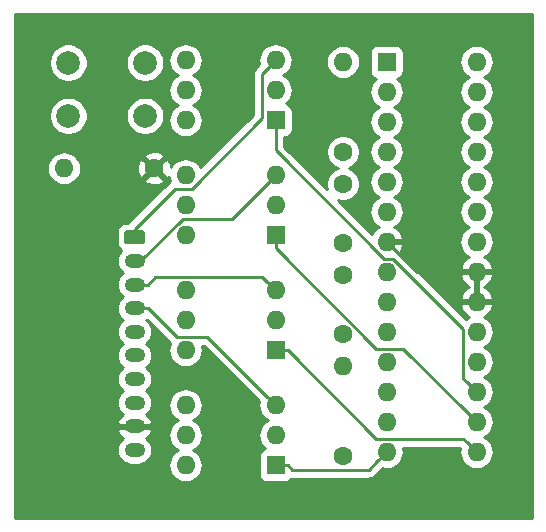
<source format=gbr>
G04 #@! TF.GenerationSoftware,KiCad,Pcbnew,(5.1.2)-1*
G04 #@! TF.CreationDate,2019-12-30T19:16:01+01:00*
G04 #@! TF.ProjectId,Winner_RGB_M3A_MOD,57696e6e-6572-45f5-9247-425f4d33415f,rev?*
G04 #@! TF.SameCoordinates,Original*
G04 #@! TF.FileFunction,Copper,L1,Top*
G04 #@! TF.FilePolarity,Positive*
%FSLAX46Y46*%
G04 Gerber Fmt 4.6, Leading zero omitted, Abs format (unit mm)*
G04 Created by KiCad (PCBNEW (5.1.2)-1) date 2019-12-30 19:16:01*
%MOMM*%
%LPD*%
G04 APERTURE LIST*
%ADD10O,1.750000X1.200000*%
%ADD11C,0.100000*%
%ADD12C,1.200000*%
%ADD13O,1.600000X1.600000*%
%ADD14R,1.600000X1.600000*%
%ADD15C,1.600000*%
%ADD16C,2.000000*%
%ADD17C,0.250000*%
%ADD18C,0.254000*%
G04 APERTURE END LIST*
D10*
X88138000Y-112869000D03*
X88138000Y-110869000D03*
X88138000Y-108869000D03*
X88138000Y-106869000D03*
X88138000Y-104869000D03*
X88138000Y-102869000D03*
X88138000Y-100869000D03*
X88138000Y-98869000D03*
X88138000Y-96869000D03*
D11*
G36*
X88787505Y-94270204D02*
G01*
X88811773Y-94273804D01*
X88835572Y-94279765D01*
X88858671Y-94288030D01*
X88880850Y-94298520D01*
X88901893Y-94311132D01*
X88921599Y-94325747D01*
X88939777Y-94342223D01*
X88956253Y-94360401D01*
X88970868Y-94380107D01*
X88983480Y-94401150D01*
X88993970Y-94423329D01*
X89002235Y-94446428D01*
X89008196Y-94470227D01*
X89011796Y-94494495D01*
X89013000Y-94518999D01*
X89013000Y-95219001D01*
X89011796Y-95243505D01*
X89008196Y-95267773D01*
X89002235Y-95291572D01*
X88993970Y-95314671D01*
X88983480Y-95336850D01*
X88970868Y-95357893D01*
X88956253Y-95377599D01*
X88939777Y-95395777D01*
X88921599Y-95412253D01*
X88901893Y-95426868D01*
X88880850Y-95439480D01*
X88858671Y-95449970D01*
X88835572Y-95458235D01*
X88811773Y-95464196D01*
X88787505Y-95467796D01*
X88763001Y-95469000D01*
X87512999Y-95469000D01*
X87488495Y-95467796D01*
X87464227Y-95464196D01*
X87440428Y-95458235D01*
X87417329Y-95449970D01*
X87395150Y-95439480D01*
X87374107Y-95426868D01*
X87354401Y-95412253D01*
X87336223Y-95395777D01*
X87319747Y-95377599D01*
X87305132Y-95357893D01*
X87292520Y-95336850D01*
X87282030Y-95314671D01*
X87273765Y-95291572D01*
X87267804Y-95267773D01*
X87264204Y-95243505D01*
X87263000Y-95219001D01*
X87263000Y-94518999D01*
X87264204Y-94494495D01*
X87267804Y-94470227D01*
X87273765Y-94446428D01*
X87282030Y-94423329D01*
X87292520Y-94401150D01*
X87305132Y-94380107D01*
X87319747Y-94360401D01*
X87336223Y-94342223D01*
X87354401Y-94325747D01*
X87374107Y-94311132D01*
X87395150Y-94298520D01*
X87417329Y-94288030D01*
X87440428Y-94279765D01*
X87464227Y-94273804D01*
X87488495Y-94270204D01*
X87512999Y-94269000D01*
X88763001Y-94269000D01*
X88787505Y-94270204D01*
X88787505Y-94270204D01*
G37*
D12*
X88138000Y-94869000D03*
D13*
X92456000Y-114173000D03*
X100076000Y-109093000D03*
X92456000Y-111633000D03*
X100076000Y-111633000D03*
X92456000Y-109093000D03*
D14*
X100076000Y-114173000D03*
D15*
X105791000Y-98070666D03*
X105791000Y-103070666D03*
D16*
X82527000Y-84582000D03*
X82527000Y-80082000D03*
X89027000Y-84582000D03*
X89027000Y-80082000D03*
D13*
X92456000Y-94699666D03*
X100076000Y-89619666D03*
X92456000Y-92159666D03*
X100076000Y-92159666D03*
X92456000Y-89619666D03*
D14*
X100076000Y-94699666D03*
D13*
X82169000Y-89027000D03*
D15*
X89789000Y-89027000D03*
D13*
X105791000Y-80010000D03*
D15*
X105791000Y-87630000D03*
D13*
X105791000Y-105791000D03*
D15*
X105791000Y-113411000D03*
X105791000Y-90350333D03*
X105791000Y-95350333D03*
D13*
X117094000Y-80010000D03*
X109474000Y-113030000D03*
X117094000Y-82550000D03*
X109474000Y-110490000D03*
X117094000Y-85090000D03*
X109474000Y-107950000D03*
X117094000Y-87630000D03*
X109474000Y-105410000D03*
X117094000Y-90170000D03*
X109474000Y-102870000D03*
X117094000Y-92710000D03*
X109474000Y-100330000D03*
X117094000Y-95250000D03*
X109474000Y-97790000D03*
X117094000Y-97790000D03*
X109474000Y-95250000D03*
X117094000Y-100330000D03*
X109474000Y-92710000D03*
X117094000Y-102870000D03*
X109474000Y-90170000D03*
X117094000Y-105410000D03*
X109474000Y-87630000D03*
X117094000Y-107950000D03*
X109474000Y-85090000D03*
X117094000Y-110490000D03*
X109474000Y-82550000D03*
X117094000Y-113030000D03*
D14*
X109474000Y-80010000D03*
D13*
X92456000Y-104436332D03*
X100076000Y-99356332D03*
X92456000Y-101896332D03*
X100076000Y-101896332D03*
X92456000Y-99356332D03*
D14*
X100076000Y-104436332D03*
D13*
X92456000Y-84963000D03*
X100076000Y-79883000D03*
X92456000Y-82423000D03*
X100076000Y-82423000D03*
X92456000Y-79883000D03*
D14*
X100076000Y-84963000D03*
D17*
X115968999Y-102619997D02*
X115968999Y-106824999D01*
X110014001Y-96664999D02*
X115968999Y-102619997D01*
X116294001Y-107150001D02*
X117094000Y-107950000D01*
X109223997Y-96664999D02*
X110014001Y-96664999D01*
X100076000Y-87517002D02*
X109223997Y-96664999D01*
X115968999Y-106824999D02*
X116294001Y-107150001D01*
X100076000Y-84963000D02*
X100076000Y-87517002D01*
X116294001Y-109690001D02*
X117094000Y-110490000D01*
X110888999Y-104284999D02*
X116294001Y-109690001D01*
X108611333Y-104284999D02*
X110888999Y-104284999D01*
X100076000Y-95749666D02*
X108611333Y-104284999D01*
X100076000Y-94699666D02*
X100076000Y-95749666D01*
X116294001Y-112230001D02*
X117094000Y-113030000D01*
X115968999Y-111904999D02*
X116294001Y-112230001D01*
X108594667Y-111904999D02*
X115968999Y-111904999D01*
X101126000Y-104436332D02*
X108594667Y-111904999D01*
X100076000Y-104436332D02*
X101126000Y-104436332D01*
X108674001Y-113829999D02*
X109474000Y-113030000D01*
X107967999Y-114536001D02*
X108674001Y-113829999D01*
X101489001Y-114536001D02*
X107967999Y-114536001D01*
X101126000Y-114173000D02*
X101489001Y-114536001D01*
X100076000Y-114173000D02*
X101126000Y-114173000D01*
X112014000Y-97790000D02*
X117094000Y-97790000D01*
X109474000Y-95250000D02*
X112014000Y-97790000D01*
X99276001Y-108293001D02*
X100076000Y-109093000D01*
X94294331Y-103311331D02*
X99276001Y-108293001D01*
X91705331Y-103311331D02*
X94294331Y-103311331D01*
X89263000Y-100869000D02*
X91705331Y-103311331D01*
X88138000Y-100869000D02*
X89263000Y-100869000D01*
X99276001Y-98556333D02*
X100076000Y-99356332D01*
X98950999Y-98231331D02*
X99276001Y-98556333D01*
X89900669Y-98231331D02*
X98950999Y-98231331D01*
X89263000Y-98869000D02*
X89900669Y-98231331D01*
X88138000Y-98869000D02*
X89263000Y-98869000D01*
X99276001Y-90419665D02*
X100076000Y-89619666D01*
X96410999Y-93284667D02*
X99276001Y-90419665D01*
X92205997Y-93284667D02*
X96410999Y-93284667D01*
X88621664Y-96869000D02*
X92205997Y-93284667D01*
X88138000Y-96869000D02*
X88621664Y-96869000D01*
X99276001Y-80682999D02*
X100076000Y-79883000D01*
X98950999Y-81008001D02*
X99276001Y-80682999D01*
X98950999Y-84789669D02*
X98950999Y-81008001D01*
X92996001Y-90744667D02*
X98950999Y-84789669D01*
X91562333Y-90744667D02*
X92996001Y-90744667D01*
X88138000Y-94169000D02*
X91562333Y-90744667D01*
X88138000Y-94869000D02*
X88138000Y-94169000D01*
D18*
G36*
X121793000Y-118618000D02*
G01*
X77978000Y-118618000D01*
X77978000Y-112869000D01*
X86622025Y-112869000D01*
X86645870Y-113111102D01*
X86716489Y-113343901D01*
X86831167Y-113558449D01*
X86985498Y-113746502D01*
X87173551Y-113900833D01*
X87388099Y-114015511D01*
X87620898Y-114086130D01*
X87802335Y-114104000D01*
X88473665Y-114104000D01*
X88655102Y-114086130D01*
X88887901Y-114015511D01*
X89102449Y-113900833D01*
X89290502Y-113746502D01*
X89444833Y-113558449D01*
X89559511Y-113343901D01*
X89630130Y-113111102D01*
X89653975Y-112869000D01*
X89630130Y-112626898D01*
X89559511Y-112394099D01*
X89444833Y-112179551D01*
X89290502Y-111991498D01*
X89140652Y-111868519D01*
X89204725Y-111825307D01*
X89376078Y-111652474D01*
X89510421Y-111449533D01*
X89602591Y-111224282D01*
X89606462Y-111186609D01*
X89481731Y-110996000D01*
X88265000Y-110996000D01*
X88265000Y-111016000D01*
X88011000Y-111016000D01*
X88011000Y-110996000D01*
X86794269Y-110996000D01*
X86669538Y-111186609D01*
X86673409Y-111224282D01*
X86765579Y-111449533D01*
X86899922Y-111652474D01*
X87071275Y-111825307D01*
X87135348Y-111868519D01*
X86985498Y-111991498D01*
X86831167Y-112179551D01*
X86716489Y-112394099D01*
X86645870Y-112626898D01*
X86622025Y-112869000D01*
X77978000Y-112869000D01*
X77978000Y-96869000D01*
X86622025Y-96869000D01*
X86645870Y-97111102D01*
X86716489Y-97343901D01*
X86831167Y-97558449D01*
X86985498Y-97746502D01*
X87134762Y-97869000D01*
X86985498Y-97991498D01*
X86831167Y-98179551D01*
X86716489Y-98394099D01*
X86645870Y-98626898D01*
X86622025Y-98869000D01*
X86645870Y-99111102D01*
X86716489Y-99343901D01*
X86831167Y-99558449D01*
X86985498Y-99746502D01*
X87134762Y-99869000D01*
X86985498Y-99991498D01*
X86831167Y-100179551D01*
X86716489Y-100394099D01*
X86645870Y-100626898D01*
X86622025Y-100869000D01*
X86645870Y-101111102D01*
X86716489Y-101343901D01*
X86831167Y-101558449D01*
X86985498Y-101746502D01*
X87134762Y-101869000D01*
X86985498Y-101991498D01*
X86831167Y-102179551D01*
X86716489Y-102394099D01*
X86645870Y-102626898D01*
X86622025Y-102869000D01*
X86645870Y-103111102D01*
X86716489Y-103343901D01*
X86831167Y-103558449D01*
X86985498Y-103746502D01*
X87134762Y-103869000D01*
X86985498Y-103991498D01*
X86831167Y-104179551D01*
X86716489Y-104394099D01*
X86645870Y-104626898D01*
X86622025Y-104869000D01*
X86645870Y-105111102D01*
X86716489Y-105343901D01*
X86831167Y-105558449D01*
X86985498Y-105746502D01*
X87134762Y-105869000D01*
X86985498Y-105991498D01*
X86831167Y-106179551D01*
X86716489Y-106394099D01*
X86645870Y-106626898D01*
X86622025Y-106869000D01*
X86645870Y-107111102D01*
X86716489Y-107343901D01*
X86831167Y-107558449D01*
X86985498Y-107746502D01*
X87134762Y-107869000D01*
X86985498Y-107991498D01*
X86831167Y-108179551D01*
X86716489Y-108394099D01*
X86645870Y-108626898D01*
X86622025Y-108869000D01*
X86645870Y-109111102D01*
X86716489Y-109343901D01*
X86831167Y-109558449D01*
X86985498Y-109746502D01*
X87135348Y-109869481D01*
X87071275Y-109912693D01*
X86899922Y-110085526D01*
X86765579Y-110288467D01*
X86673409Y-110513718D01*
X86669538Y-110551391D01*
X86794269Y-110742000D01*
X88011000Y-110742000D01*
X88011000Y-110722000D01*
X88265000Y-110722000D01*
X88265000Y-110742000D01*
X89481731Y-110742000D01*
X89606462Y-110551391D01*
X89602591Y-110513718D01*
X89510421Y-110288467D01*
X89376078Y-110085526D01*
X89204725Y-109912693D01*
X89140652Y-109869481D01*
X89290502Y-109746502D01*
X89444833Y-109558449D01*
X89559511Y-109343901D01*
X89630130Y-109111102D01*
X89631912Y-109093000D01*
X91014057Y-109093000D01*
X91041764Y-109374309D01*
X91123818Y-109644808D01*
X91257068Y-109894101D01*
X91436392Y-110112608D01*
X91654899Y-110291932D01*
X91787858Y-110363000D01*
X91654899Y-110434068D01*
X91436392Y-110613392D01*
X91257068Y-110831899D01*
X91123818Y-111081192D01*
X91041764Y-111351691D01*
X91014057Y-111633000D01*
X91041764Y-111914309D01*
X91123818Y-112184808D01*
X91257068Y-112434101D01*
X91436392Y-112652608D01*
X91654899Y-112831932D01*
X91787858Y-112903000D01*
X91654899Y-112974068D01*
X91436392Y-113153392D01*
X91257068Y-113371899D01*
X91123818Y-113621192D01*
X91041764Y-113891691D01*
X91014057Y-114173000D01*
X91041764Y-114454309D01*
X91123818Y-114724808D01*
X91257068Y-114974101D01*
X91436392Y-115192608D01*
X91654899Y-115371932D01*
X91904192Y-115505182D01*
X92174691Y-115587236D01*
X92385508Y-115608000D01*
X92526492Y-115608000D01*
X92737309Y-115587236D01*
X93007808Y-115505182D01*
X93257101Y-115371932D01*
X93475608Y-115192608D01*
X93654932Y-114974101D01*
X93788182Y-114724808D01*
X93870236Y-114454309D01*
X93897943Y-114173000D01*
X93870236Y-113891691D01*
X93788182Y-113621192D01*
X93654932Y-113371899D01*
X93475608Y-113153392D01*
X93257101Y-112974068D01*
X93124142Y-112903000D01*
X93257101Y-112831932D01*
X93475608Y-112652608D01*
X93654932Y-112434101D01*
X93788182Y-112184808D01*
X93870236Y-111914309D01*
X93897943Y-111633000D01*
X93870236Y-111351691D01*
X93788182Y-111081192D01*
X93654932Y-110831899D01*
X93475608Y-110613392D01*
X93257101Y-110434068D01*
X93124142Y-110363000D01*
X93257101Y-110291932D01*
X93475608Y-110112608D01*
X93654932Y-109894101D01*
X93788182Y-109644808D01*
X93870236Y-109374309D01*
X93897943Y-109093000D01*
X93870236Y-108811691D01*
X93788182Y-108541192D01*
X93654932Y-108291899D01*
X93475608Y-108073392D01*
X93257101Y-107894068D01*
X93007808Y-107760818D01*
X92737309Y-107678764D01*
X92526492Y-107658000D01*
X92385508Y-107658000D01*
X92174691Y-107678764D01*
X91904192Y-107760818D01*
X91654899Y-107894068D01*
X91436392Y-108073392D01*
X91257068Y-108291899D01*
X91123818Y-108541192D01*
X91041764Y-108811691D01*
X91014057Y-109093000D01*
X89631912Y-109093000D01*
X89653975Y-108869000D01*
X89630130Y-108626898D01*
X89559511Y-108394099D01*
X89444833Y-108179551D01*
X89290502Y-107991498D01*
X89141238Y-107869000D01*
X89290502Y-107746502D01*
X89444833Y-107558449D01*
X89559511Y-107343901D01*
X89630130Y-107111102D01*
X89653975Y-106869000D01*
X89630130Y-106626898D01*
X89559511Y-106394099D01*
X89444833Y-106179551D01*
X89290502Y-105991498D01*
X89141238Y-105869000D01*
X89290502Y-105746502D01*
X89444833Y-105558449D01*
X89559511Y-105343901D01*
X89630130Y-105111102D01*
X89653975Y-104869000D01*
X89630130Y-104626898D01*
X89559511Y-104394099D01*
X89444833Y-104179551D01*
X89290502Y-103991498D01*
X89141238Y-103869000D01*
X89290502Y-103746502D01*
X89444833Y-103558449D01*
X89559511Y-103343901D01*
X89630130Y-103111102D01*
X89653975Y-102869000D01*
X89630130Y-102626898D01*
X89559511Y-102394099D01*
X89444833Y-102179551D01*
X89290502Y-101991498D01*
X89141238Y-101869000D01*
X89167031Y-101847832D01*
X91141531Y-103822333D01*
X91150935Y-103833792D01*
X91123818Y-103884524D01*
X91041764Y-104155023D01*
X91014057Y-104436332D01*
X91041764Y-104717641D01*
X91123818Y-104988140D01*
X91257068Y-105237433D01*
X91436392Y-105455940D01*
X91654899Y-105635264D01*
X91904192Y-105768514D01*
X92174691Y-105850568D01*
X92385508Y-105871332D01*
X92526492Y-105871332D01*
X92737309Y-105850568D01*
X93007808Y-105768514D01*
X93257101Y-105635264D01*
X93475608Y-105455940D01*
X93654932Y-105237433D01*
X93788182Y-104988140D01*
X93870236Y-104717641D01*
X93897943Y-104436332D01*
X93870236Y-104155023D01*
X93844849Y-104071331D01*
X93979530Y-104071331D01*
X98675292Y-108767094D01*
X98661764Y-108811691D01*
X98634057Y-109093000D01*
X98661764Y-109374309D01*
X98743818Y-109644808D01*
X98877068Y-109894101D01*
X99056392Y-110112608D01*
X99274899Y-110291932D01*
X99407858Y-110363000D01*
X99274899Y-110434068D01*
X99056392Y-110613392D01*
X98877068Y-110831899D01*
X98743818Y-111081192D01*
X98661764Y-111351691D01*
X98634057Y-111633000D01*
X98661764Y-111914309D01*
X98743818Y-112184808D01*
X98877068Y-112434101D01*
X99056392Y-112652608D01*
X99169482Y-112745419D01*
X99151518Y-112747188D01*
X99031820Y-112783498D01*
X98921506Y-112842463D01*
X98824815Y-112921815D01*
X98745463Y-113018506D01*
X98686498Y-113128820D01*
X98650188Y-113248518D01*
X98637928Y-113373000D01*
X98637928Y-114973000D01*
X98650188Y-115097482D01*
X98686498Y-115217180D01*
X98745463Y-115327494D01*
X98824815Y-115424185D01*
X98921506Y-115503537D01*
X99031820Y-115562502D01*
X99151518Y-115598812D01*
X99276000Y-115611072D01*
X100876000Y-115611072D01*
X101000482Y-115598812D01*
X101120180Y-115562502D01*
X101230494Y-115503537D01*
X101327185Y-115424185D01*
X101406537Y-115327494D01*
X101424786Y-115293353D01*
X101451668Y-115296001D01*
X101451678Y-115296001D01*
X101489001Y-115299677D01*
X101526324Y-115296001D01*
X107930677Y-115296001D01*
X107967999Y-115299677D01*
X108005321Y-115296001D01*
X108005332Y-115296001D01*
X108116985Y-115285004D01*
X108260246Y-115241547D01*
X108392275Y-115170975D01*
X108508000Y-115076002D01*
X108531802Y-115046999D01*
X109148094Y-114430708D01*
X109192691Y-114444236D01*
X109403508Y-114465000D01*
X109544492Y-114465000D01*
X109755309Y-114444236D01*
X110025808Y-114362182D01*
X110275101Y-114228932D01*
X110493608Y-114049608D01*
X110672932Y-113831101D01*
X110806182Y-113581808D01*
X110888236Y-113311309D01*
X110915943Y-113030000D01*
X110888236Y-112748691D01*
X110862849Y-112664999D01*
X115654198Y-112664999D01*
X115693292Y-112704093D01*
X115679764Y-112748691D01*
X115652057Y-113030000D01*
X115679764Y-113311309D01*
X115761818Y-113581808D01*
X115895068Y-113831101D01*
X116074392Y-114049608D01*
X116292899Y-114228932D01*
X116542192Y-114362182D01*
X116812691Y-114444236D01*
X117023508Y-114465000D01*
X117164492Y-114465000D01*
X117375309Y-114444236D01*
X117645808Y-114362182D01*
X117895101Y-114228932D01*
X118113608Y-114049608D01*
X118292932Y-113831101D01*
X118426182Y-113581808D01*
X118508236Y-113311309D01*
X118535943Y-113030000D01*
X118508236Y-112748691D01*
X118426182Y-112478192D01*
X118292932Y-112228899D01*
X118113608Y-112010392D01*
X117895101Y-111831068D01*
X117762142Y-111760000D01*
X117895101Y-111688932D01*
X118113608Y-111509608D01*
X118292932Y-111291101D01*
X118426182Y-111041808D01*
X118508236Y-110771309D01*
X118535943Y-110490000D01*
X118508236Y-110208691D01*
X118426182Y-109938192D01*
X118292932Y-109688899D01*
X118113608Y-109470392D01*
X117895101Y-109291068D01*
X117762142Y-109220000D01*
X117895101Y-109148932D01*
X118113608Y-108969608D01*
X118292932Y-108751101D01*
X118426182Y-108501808D01*
X118508236Y-108231309D01*
X118535943Y-107950000D01*
X118508236Y-107668691D01*
X118426182Y-107398192D01*
X118292932Y-107148899D01*
X118113608Y-106930392D01*
X117895101Y-106751068D01*
X117762142Y-106680000D01*
X117895101Y-106608932D01*
X118113608Y-106429608D01*
X118292932Y-106211101D01*
X118426182Y-105961808D01*
X118508236Y-105691309D01*
X118535943Y-105410000D01*
X118508236Y-105128691D01*
X118426182Y-104858192D01*
X118292932Y-104608899D01*
X118113608Y-104390392D01*
X117895101Y-104211068D01*
X117762142Y-104140000D01*
X117895101Y-104068932D01*
X118113608Y-103889608D01*
X118292932Y-103671101D01*
X118426182Y-103421808D01*
X118508236Y-103151309D01*
X118535943Y-102870000D01*
X118508236Y-102588691D01*
X118426182Y-102318192D01*
X118292932Y-102068899D01*
X118113608Y-101850392D01*
X117895101Y-101671068D01*
X117757318Y-101597421D01*
X117949131Y-101482385D01*
X118157519Y-101293414D01*
X118325037Y-101067420D01*
X118445246Y-100813087D01*
X118485904Y-100679039D01*
X118363915Y-100457000D01*
X117221000Y-100457000D01*
X117221000Y-100477000D01*
X116967000Y-100477000D01*
X116967000Y-100457000D01*
X115824085Y-100457000D01*
X115702096Y-100679039D01*
X115742754Y-100813087D01*
X115862963Y-101067420D01*
X116030481Y-101293414D01*
X116238869Y-101482385D01*
X116430682Y-101597421D01*
X116292899Y-101671068D01*
X116184133Y-101760330D01*
X112562842Y-98139039D01*
X115702096Y-98139039D01*
X115742754Y-98273087D01*
X115862963Y-98527420D01*
X116030481Y-98753414D01*
X116238869Y-98942385D01*
X116434982Y-99060000D01*
X116238869Y-99177615D01*
X116030481Y-99366586D01*
X115862963Y-99592580D01*
X115742754Y-99846913D01*
X115702096Y-99980961D01*
X115824085Y-100203000D01*
X116967000Y-100203000D01*
X116967000Y-97917000D01*
X117221000Y-97917000D01*
X117221000Y-100203000D01*
X118363915Y-100203000D01*
X118485904Y-99980961D01*
X118445246Y-99846913D01*
X118325037Y-99592580D01*
X118157519Y-99366586D01*
X117949131Y-99177615D01*
X117753018Y-99060000D01*
X117949131Y-98942385D01*
X118157519Y-98753414D01*
X118325037Y-98527420D01*
X118445246Y-98273087D01*
X118485904Y-98139039D01*
X118363915Y-97917000D01*
X117221000Y-97917000D01*
X116967000Y-97917000D01*
X115824085Y-97917000D01*
X115702096Y-98139039D01*
X112562842Y-98139039D01*
X110579960Y-96156157D01*
X110705037Y-95987420D01*
X110825246Y-95733087D01*
X110865904Y-95599039D01*
X110743915Y-95377000D01*
X109601000Y-95377000D01*
X109601000Y-95397000D01*
X109347000Y-95397000D01*
X109347000Y-95377000D01*
X109327000Y-95377000D01*
X109327000Y-95123000D01*
X109347000Y-95123000D01*
X109347000Y-95103000D01*
X109601000Y-95103000D01*
X109601000Y-95123000D01*
X110743915Y-95123000D01*
X110865904Y-94900961D01*
X110825246Y-94766913D01*
X110705037Y-94512580D01*
X110537519Y-94286586D01*
X110329131Y-94097615D01*
X110137318Y-93982579D01*
X110275101Y-93908932D01*
X110493608Y-93729608D01*
X110672932Y-93511101D01*
X110806182Y-93261808D01*
X110888236Y-92991309D01*
X110915943Y-92710000D01*
X110888236Y-92428691D01*
X110806182Y-92158192D01*
X110672932Y-91908899D01*
X110493608Y-91690392D01*
X110275101Y-91511068D01*
X110142142Y-91440000D01*
X110275101Y-91368932D01*
X110493608Y-91189608D01*
X110672932Y-90971101D01*
X110806182Y-90721808D01*
X110888236Y-90451309D01*
X110915943Y-90170000D01*
X110888236Y-89888691D01*
X110806182Y-89618192D01*
X110672932Y-89368899D01*
X110493608Y-89150392D01*
X110275101Y-88971068D01*
X110142142Y-88900000D01*
X110275101Y-88828932D01*
X110493608Y-88649608D01*
X110672932Y-88431101D01*
X110806182Y-88181808D01*
X110888236Y-87911309D01*
X110915943Y-87630000D01*
X110888236Y-87348691D01*
X110806182Y-87078192D01*
X110672932Y-86828899D01*
X110493608Y-86610392D01*
X110275101Y-86431068D01*
X110142142Y-86360000D01*
X110275101Y-86288932D01*
X110493608Y-86109608D01*
X110672932Y-85891101D01*
X110806182Y-85641808D01*
X110888236Y-85371309D01*
X110915943Y-85090000D01*
X110888236Y-84808691D01*
X110806182Y-84538192D01*
X110672932Y-84288899D01*
X110493608Y-84070392D01*
X110275101Y-83891068D01*
X110142142Y-83820000D01*
X110275101Y-83748932D01*
X110493608Y-83569608D01*
X110672932Y-83351101D01*
X110806182Y-83101808D01*
X110888236Y-82831309D01*
X110915943Y-82550000D01*
X110888236Y-82268691D01*
X110806182Y-81998192D01*
X110672932Y-81748899D01*
X110493608Y-81530392D01*
X110380518Y-81437581D01*
X110398482Y-81435812D01*
X110518180Y-81399502D01*
X110628494Y-81340537D01*
X110725185Y-81261185D01*
X110804537Y-81164494D01*
X110863502Y-81054180D01*
X110899812Y-80934482D01*
X110912072Y-80810000D01*
X110912072Y-80010000D01*
X115652057Y-80010000D01*
X115679764Y-80291309D01*
X115761818Y-80561808D01*
X115895068Y-80811101D01*
X116074392Y-81029608D01*
X116292899Y-81208932D01*
X116425858Y-81280000D01*
X116292899Y-81351068D01*
X116074392Y-81530392D01*
X115895068Y-81748899D01*
X115761818Y-81998192D01*
X115679764Y-82268691D01*
X115652057Y-82550000D01*
X115679764Y-82831309D01*
X115761818Y-83101808D01*
X115895068Y-83351101D01*
X116074392Y-83569608D01*
X116292899Y-83748932D01*
X116425858Y-83820000D01*
X116292899Y-83891068D01*
X116074392Y-84070392D01*
X115895068Y-84288899D01*
X115761818Y-84538192D01*
X115679764Y-84808691D01*
X115652057Y-85090000D01*
X115679764Y-85371309D01*
X115761818Y-85641808D01*
X115895068Y-85891101D01*
X116074392Y-86109608D01*
X116292899Y-86288932D01*
X116425858Y-86360000D01*
X116292899Y-86431068D01*
X116074392Y-86610392D01*
X115895068Y-86828899D01*
X115761818Y-87078192D01*
X115679764Y-87348691D01*
X115652057Y-87630000D01*
X115679764Y-87911309D01*
X115761818Y-88181808D01*
X115895068Y-88431101D01*
X116074392Y-88649608D01*
X116292899Y-88828932D01*
X116425858Y-88900000D01*
X116292899Y-88971068D01*
X116074392Y-89150392D01*
X115895068Y-89368899D01*
X115761818Y-89618192D01*
X115679764Y-89888691D01*
X115652057Y-90170000D01*
X115679764Y-90451309D01*
X115761818Y-90721808D01*
X115895068Y-90971101D01*
X116074392Y-91189608D01*
X116292899Y-91368932D01*
X116425858Y-91440000D01*
X116292899Y-91511068D01*
X116074392Y-91690392D01*
X115895068Y-91908899D01*
X115761818Y-92158192D01*
X115679764Y-92428691D01*
X115652057Y-92710000D01*
X115679764Y-92991309D01*
X115761818Y-93261808D01*
X115895068Y-93511101D01*
X116074392Y-93729608D01*
X116292899Y-93908932D01*
X116425858Y-93980000D01*
X116292899Y-94051068D01*
X116074392Y-94230392D01*
X115895068Y-94448899D01*
X115761818Y-94698192D01*
X115679764Y-94968691D01*
X115652057Y-95250000D01*
X115679764Y-95531309D01*
X115761818Y-95801808D01*
X115895068Y-96051101D01*
X116074392Y-96269608D01*
X116292899Y-96448932D01*
X116430682Y-96522579D01*
X116238869Y-96637615D01*
X116030481Y-96826586D01*
X115862963Y-97052580D01*
X115742754Y-97306913D01*
X115702096Y-97440961D01*
X115824085Y-97663000D01*
X116967000Y-97663000D01*
X116967000Y-97643000D01*
X117221000Y-97643000D01*
X117221000Y-97663000D01*
X118363915Y-97663000D01*
X118485904Y-97440961D01*
X118445246Y-97306913D01*
X118325037Y-97052580D01*
X118157519Y-96826586D01*
X117949131Y-96637615D01*
X117757318Y-96522579D01*
X117895101Y-96448932D01*
X118113608Y-96269608D01*
X118292932Y-96051101D01*
X118426182Y-95801808D01*
X118508236Y-95531309D01*
X118535943Y-95250000D01*
X118508236Y-94968691D01*
X118426182Y-94698192D01*
X118292932Y-94448899D01*
X118113608Y-94230392D01*
X117895101Y-94051068D01*
X117762142Y-93980000D01*
X117895101Y-93908932D01*
X118113608Y-93729608D01*
X118292932Y-93511101D01*
X118426182Y-93261808D01*
X118508236Y-92991309D01*
X118535943Y-92710000D01*
X118508236Y-92428691D01*
X118426182Y-92158192D01*
X118292932Y-91908899D01*
X118113608Y-91690392D01*
X117895101Y-91511068D01*
X117762142Y-91440000D01*
X117895101Y-91368932D01*
X118113608Y-91189608D01*
X118292932Y-90971101D01*
X118426182Y-90721808D01*
X118508236Y-90451309D01*
X118535943Y-90170000D01*
X118508236Y-89888691D01*
X118426182Y-89618192D01*
X118292932Y-89368899D01*
X118113608Y-89150392D01*
X117895101Y-88971068D01*
X117762142Y-88900000D01*
X117895101Y-88828932D01*
X118113608Y-88649608D01*
X118292932Y-88431101D01*
X118426182Y-88181808D01*
X118508236Y-87911309D01*
X118535943Y-87630000D01*
X118508236Y-87348691D01*
X118426182Y-87078192D01*
X118292932Y-86828899D01*
X118113608Y-86610392D01*
X117895101Y-86431068D01*
X117762142Y-86360000D01*
X117895101Y-86288932D01*
X118113608Y-86109608D01*
X118292932Y-85891101D01*
X118426182Y-85641808D01*
X118508236Y-85371309D01*
X118535943Y-85090000D01*
X118508236Y-84808691D01*
X118426182Y-84538192D01*
X118292932Y-84288899D01*
X118113608Y-84070392D01*
X117895101Y-83891068D01*
X117762142Y-83820000D01*
X117895101Y-83748932D01*
X118113608Y-83569608D01*
X118292932Y-83351101D01*
X118426182Y-83101808D01*
X118508236Y-82831309D01*
X118535943Y-82550000D01*
X118508236Y-82268691D01*
X118426182Y-81998192D01*
X118292932Y-81748899D01*
X118113608Y-81530392D01*
X117895101Y-81351068D01*
X117762142Y-81280000D01*
X117895101Y-81208932D01*
X118113608Y-81029608D01*
X118292932Y-80811101D01*
X118426182Y-80561808D01*
X118508236Y-80291309D01*
X118535943Y-80010000D01*
X118508236Y-79728691D01*
X118426182Y-79458192D01*
X118292932Y-79208899D01*
X118113608Y-78990392D01*
X117895101Y-78811068D01*
X117645808Y-78677818D01*
X117375309Y-78595764D01*
X117164492Y-78575000D01*
X117023508Y-78575000D01*
X116812691Y-78595764D01*
X116542192Y-78677818D01*
X116292899Y-78811068D01*
X116074392Y-78990392D01*
X115895068Y-79208899D01*
X115761818Y-79458192D01*
X115679764Y-79728691D01*
X115652057Y-80010000D01*
X110912072Y-80010000D01*
X110912072Y-79210000D01*
X110899812Y-79085518D01*
X110863502Y-78965820D01*
X110804537Y-78855506D01*
X110725185Y-78758815D01*
X110628494Y-78679463D01*
X110518180Y-78620498D01*
X110398482Y-78584188D01*
X110274000Y-78571928D01*
X108674000Y-78571928D01*
X108549518Y-78584188D01*
X108429820Y-78620498D01*
X108319506Y-78679463D01*
X108222815Y-78758815D01*
X108143463Y-78855506D01*
X108084498Y-78965820D01*
X108048188Y-79085518D01*
X108035928Y-79210000D01*
X108035928Y-80810000D01*
X108048188Y-80934482D01*
X108084498Y-81054180D01*
X108143463Y-81164494D01*
X108222815Y-81261185D01*
X108319506Y-81340537D01*
X108429820Y-81399502D01*
X108549518Y-81435812D01*
X108567482Y-81437581D01*
X108454392Y-81530392D01*
X108275068Y-81748899D01*
X108141818Y-81998192D01*
X108059764Y-82268691D01*
X108032057Y-82550000D01*
X108059764Y-82831309D01*
X108141818Y-83101808D01*
X108275068Y-83351101D01*
X108454392Y-83569608D01*
X108672899Y-83748932D01*
X108805858Y-83820000D01*
X108672899Y-83891068D01*
X108454392Y-84070392D01*
X108275068Y-84288899D01*
X108141818Y-84538192D01*
X108059764Y-84808691D01*
X108032057Y-85090000D01*
X108059764Y-85371309D01*
X108141818Y-85641808D01*
X108275068Y-85891101D01*
X108454392Y-86109608D01*
X108672899Y-86288932D01*
X108805858Y-86360000D01*
X108672899Y-86431068D01*
X108454392Y-86610392D01*
X108275068Y-86828899D01*
X108141818Y-87078192D01*
X108059764Y-87348691D01*
X108032057Y-87630000D01*
X108059764Y-87911309D01*
X108141818Y-88181808D01*
X108275068Y-88431101D01*
X108454392Y-88649608D01*
X108672899Y-88828932D01*
X108805858Y-88900000D01*
X108672899Y-88971068D01*
X108454392Y-89150392D01*
X108275068Y-89368899D01*
X108141818Y-89618192D01*
X108059764Y-89888691D01*
X108032057Y-90170000D01*
X108059764Y-90451309D01*
X108141818Y-90721808D01*
X108275068Y-90971101D01*
X108454392Y-91189608D01*
X108672899Y-91368932D01*
X108805858Y-91440000D01*
X108672899Y-91511068D01*
X108454392Y-91690392D01*
X108275068Y-91908899D01*
X108141818Y-92158192D01*
X108059764Y-92428691D01*
X108032057Y-92710000D01*
X108059764Y-92991309D01*
X108141818Y-93261808D01*
X108275068Y-93511101D01*
X108454392Y-93729608D01*
X108672899Y-93908932D01*
X108810682Y-93982579D01*
X108618869Y-94097615D01*
X108410481Y-94286586D01*
X108242963Y-94512580D01*
X108211965Y-94578164D01*
X105358018Y-91724218D01*
X105372426Y-91730186D01*
X105649665Y-91785333D01*
X105932335Y-91785333D01*
X106209574Y-91730186D01*
X106470727Y-91622013D01*
X106705759Y-91464970D01*
X106905637Y-91265092D01*
X107062680Y-91030060D01*
X107170853Y-90768907D01*
X107226000Y-90491668D01*
X107226000Y-90208998D01*
X107170853Y-89931759D01*
X107062680Y-89670606D01*
X106905637Y-89435574D01*
X106705759Y-89235696D01*
X106470727Y-89078653D01*
X106257101Y-88990166D01*
X106470727Y-88901680D01*
X106705759Y-88744637D01*
X106905637Y-88544759D01*
X107062680Y-88309727D01*
X107170853Y-88048574D01*
X107226000Y-87771335D01*
X107226000Y-87488665D01*
X107170853Y-87211426D01*
X107062680Y-86950273D01*
X106905637Y-86715241D01*
X106705759Y-86515363D01*
X106470727Y-86358320D01*
X106209574Y-86250147D01*
X105932335Y-86195000D01*
X105649665Y-86195000D01*
X105372426Y-86250147D01*
X105111273Y-86358320D01*
X104876241Y-86515363D01*
X104676363Y-86715241D01*
X104519320Y-86950273D01*
X104411147Y-87211426D01*
X104356000Y-87488665D01*
X104356000Y-87771335D01*
X104411147Y-88048574D01*
X104519320Y-88309727D01*
X104676363Y-88544759D01*
X104876241Y-88744637D01*
X105111273Y-88901680D01*
X105324899Y-88990166D01*
X105111273Y-89078653D01*
X104876241Y-89235696D01*
X104676363Y-89435574D01*
X104519320Y-89670606D01*
X104411147Y-89931759D01*
X104356000Y-90208998D01*
X104356000Y-90491668D01*
X104411147Y-90768907D01*
X104417115Y-90783315D01*
X100836000Y-87202201D01*
X100836000Y-86401072D01*
X100876000Y-86401072D01*
X101000482Y-86388812D01*
X101120180Y-86352502D01*
X101230494Y-86293537D01*
X101327185Y-86214185D01*
X101406537Y-86117494D01*
X101465502Y-86007180D01*
X101501812Y-85887482D01*
X101514072Y-85763000D01*
X101514072Y-84163000D01*
X101501812Y-84038518D01*
X101465502Y-83918820D01*
X101406537Y-83808506D01*
X101327185Y-83711815D01*
X101230494Y-83632463D01*
X101120180Y-83573498D01*
X101000482Y-83537188D01*
X100982518Y-83535419D01*
X101095608Y-83442608D01*
X101274932Y-83224101D01*
X101408182Y-82974808D01*
X101490236Y-82704309D01*
X101517943Y-82423000D01*
X101490236Y-82141691D01*
X101408182Y-81871192D01*
X101274932Y-81621899D01*
X101095608Y-81403392D01*
X100877101Y-81224068D01*
X100744142Y-81153000D01*
X100877101Y-81081932D01*
X101095608Y-80902608D01*
X101274932Y-80684101D01*
X101408182Y-80434808D01*
X101490236Y-80164309D01*
X101505434Y-80010000D01*
X104349057Y-80010000D01*
X104376764Y-80291309D01*
X104458818Y-80561808D01*
X104592068Y-80811101D01*
X104771392Y-81029608D01*
X104989899Y-81208932D01*
X105239192Y-81342182D01*
X105509691Y-81424236D01*
X105720508Y-81445000D01*
X105861492Y-81445000D01*
X106072309Y-81424236D01*
X106342808Y-81342182D01*
X106592101Y-81208932D01*
X106810608Y-81029608D01*
X106989932Y-80811101D01*
X107123182Y-80561808D01*
X107205236Y-80291309D01*
X107232943Y-80010000D01*
X107205236Y-79728691D01*
X107123182Y-79458192D01*
X106989932Y-79208899D01*
X106810608Y-78990392D01*
X106592101Y-78811068D01*
X106342808Y-78677818D01*
X106072309Y-78595764D01*
X105861492Y-78575000D01*
X105720508Y-78575000D01*
X105509691Y-78595764D01*
X105239192Y-78677818D01*
X104989899Y-78811068D01*
X104771392Y-78990392D01*
X104592068Y-79208899D01*
X104458818Y-79458192D01*
X104376764Y-79728691D01*
X104349057Y-80010000D01*
X101505434Y-80010000D01*
X101517943Y-79883000D01*
X101490236Y-79601691D01*
X101408182Y-79331192D01*
X101274932Y-79081899D01*
X101095608Y-78863392D01*
X100877101Y-78684068D01*
X100627808Y-78550818D01*
X100357309Y-78468764D01*
X100146492Y-78448000D01*
X100005508Y-78448000D01*
X99794691Y-78468764D01*
X99524192Y-78550818D01*
X99274899Y-78684068D01*
X99056392Y-78863392D01*
X98877068Y-79081899D01*
X98743818Y-79331192D01*
X98661764Y-79601691D01*
X98634057Y-79883000D01*
X98661764Y-80164309D01*
X98675292Y-80208907D01*
X98439997Y-80444202D01*
X98410999Y-80468000D01*
X98387201Y-80496998D01*
X98387200Y-80496999D01*
X98316025Y-80583725D01*
X98245453Y-80715755D01*
X98201997Y-80859016D01*
X98187323Y-81008001D01*
X98191000Y-81045333D01*
X98190999Y-84474867D01*
X93721940Y-88943927D01*
X93654932Y-88818565D01*
X93475608Y-88600058D01*
X93257101Y-88420734D01*
X93007808Y-88287484D01*
X92737309Y-88205430D01*
X92526492Y-88184666D01*
X92385508Y-88184666D01*
X92174691Y-88205430D01*
X91904192Y-88287484D01*
X91654899Y-88420734D01*
X91436392Y-88600058D01*
X91257068Y-88818565D01*
X91219261Y-88889296D01*
X91187787Y-88676870D01*
X91092603Y-88410708D01*
X91025671Y-88285486D01*
X90781702Y-88213903D01*
X89968605Y-89027000D01*
X90781702Y-89840097D01*
X91025671Y-89768514D01*
X91028193Y-89763185D01*
X91041764Y-89900975D01*
X91111651Y-90131364D01*
X91022332Y-90204666D01*
X90998534Y-90233664D01*
X87626998Y-93605201D01*
X87598000Y-93628999D01*
X87596417Y-93630928D01*
X87512999Y-93630928D01*
X87339745Y-93647992D01*
X87173149Y-93698528D01*
X87019613Y-93780595D01*
X86885038Y-93891038D01*
X86774595Y-94025613D01*
X86692528Y-94179149D01*
X86641992Y-94345745D01*
X86624928Y-94518999D01*
X86624928Y-95219001D01*
X86641992Y-95392255D01*
X86692528Y-95558851D01*
X86774595Y-95712387D01*
X86885038Y-95846962D01*
X87019613Y-95957405D01*
X87024111Y-95959809D01*
X86985498Y-95991498D01*
X86831167Y-96179551D01*
X86716489Y-96394099D01*
X86645870Y-96626898D01*
X86622025Y-96869000D01*
X77978000Y-96869000D01*
X77978000Y-89027000D01*
X80727057Y-89027000D01*
X80754764Y-89308309D01*
X80836818Y-89578808D01*
X80970068Y-89828101D01*
X81149392Y-90046608D01*
X81367899Y-90225932D01*
X81617192Y-90359182D01*
X81887691Y-90441236D01*
X82098508Y-90462000D01*
X82239492Y-90462000D01*
X82450309Y-90441236D01*
X82720808Y-90359182D01*
X82970101Y-90225932D01*
X83188608Y-90046608D01*
X83210689Y-90019702D01*
X88975903Y-90019702D01*
X89047486Y-90263671D01*
X89302996Y-90384571D01*
X89577184Y-90453300D01*
X89859512Y-90467217D01*
X90139130Y-90425787D01*
X90405292Y-90330603D01*
X90530514Y-90263671D01*
X90602097Y-90019702D01*
X89789000Y-89206605D01*
X88975903Y-90019702D01*
X83210689Y-90019702D01*
X83367932Y-89828101D01*
X83501182Y-89578808D01*
X83583236Y-89308309D01*
X83603998Y-89097512D01*
X88348783Y-89097512D01*
X88390213Y-89377130D01*
X88485397Y-89643292D01*
X88552329Y-89768514D01*
X88796298Y-89840097D01*
X89609395Y-89027000D01*
X88796298Y-88213903D01*
X88552329Y-88285486D01*
X88431429Y-88540996D01*
X88362700Y-88815184D01*
X88348783Y-89097512D01*
X83603998Y-89097512D01*
X83610943Y-89027000D01*
X83583236Y-88745691D01*
X83501182Y-88475192D01*
X83367932Y-88225899D01*
X83210690Y-88034298D01*
X88975903Y-88034298D01*
X89789000Y-88847395D01*
X90602097Y-88034298D01*
X90530514Y-87790329D01*
X90275004Y-87669429D01*
X90000816Y-87600700D01*
X89718488Y-87586783D01*
X89438870Y-87628213D01*
X89172708Y-87723397D01*
X89047486Y-87790329D01*
X88975903Y-88034298D01*
X83210690Y-88034298D01*
X83188608Y-88007392D01*
X82970101Y-87828068D01*
X82720808Y-87694818D01*
X82450309Y-87612764D01*
X82239492Y-87592000D01*
X82098508Y-87592000D01*
X81887691Y-87612764D01*
X81617192Y-87694818D01*
X81367899Y-87828068D01*
X81149392Y-88007392D01*
X80970068Y-88225899D01*
X80836818Y-88475192D01*
X80754764Y-88745691D01*
X80727057Y-89027000D01*
X77978000Y-89027000D01*
X77978000Y-84420967D01*
X80892000Y-84420967D01*
X80892000Y-84743033D01*
X80954832Y-85058912D01*
X81078082Y-85356463D01*
X81257013Y-85624252D01*
X81484748Y-85851987D01*
X81752537Y-86030918D01*
X82050088Y-86154168D01*
X82365967Y-86217000D01*
X82688033Y-86217000D01*
X83003912Y-86154168D01*
X83301463Y-86030918D01*
X83569252Y-85851987D01*
X83796987Y-85624252D01*
X83975918Y-85356463D01*
X84099168Y-85058912D01*
X84162000Y-84743033D01*
X84162000Y-84420967D01*
X87392000Y-84420967D01*
X87392000Y-84743033D01*
X87454832Y-85058912D01*
X87578082Y-85356463D01*
X87757013Y-85624252D01*
X87984748Y-85851987D01*
X88252537Y-86030918D01*
X88550088Y-86154168D01*
X88865967Y-86217000D01*
X89188033Y-86217000D01*
X89503912Y-86154168D01*
X89801463Y-86030918D01*
X90069252Y-85851987D01*
X90296987Y-85624252D01*
X90475918Y-85356463D01*
X90599168Y-85058912D01*
X90662000Y-84743033D01*
X90662000Y-84420967D01*
X90599168Y-84105088D01*
X90475918Y-83807537D01*
X90296987Y-83539748D01*
X90069252Y-83312013D01*
X89801463Y-83133082D01*
X89503912Y-83009832D01*
X89188033Y-82947000D01*
X88865967Y-82947000D01*
X88550088Y-83009832D01*
X88252537Y-83133082D01*
X87984748Y-83312013D01*
X87757013Y-83539748D01*
X87578082Y-83807537D01*
X87454832Y-84105088D01*
X87392000Y-84420967D01*
X84162000Y-84420967D01*
X84099168Y-84105088D01*
X83975918Y-83807537D01*
X83796987Y-83539748D01*
X83569252Y-83312013D01*
X83301463Y-83133082D01*
X83003912Y-83009832D01*
X82688033Y-82947000D01*
X82365967Y-82947000D01*
X82050088Y-83009832D01*
X81752537Y-83133082D01*
X81484748Y-83312013D01*
X81257013Y-83539748D01*
X81078082Y-83807537D01*
X80954832Y-84105088D01*
X80892000Y-84420967D01*
X77978000Y-84420967D01*
X77978000Y-79920967D01*
X80892000Y-79920967D01*
X80892000Y-80243033D01*
X80954832Y-80558912D01*
X81078082Y-80856463D01*
X81257013Y-81124252D01*
X81484748Y-81351987D01*
X81752537Y-81530918D01*
X82050088Y-81654168D01*
X82365967Y-81717000D01*
X82688033Y-81717000D01*
X83003912Y-81654168D01*
X83301463Y-81530918D01*
X83569252Y-81351987D01*
X83796987Y-81124252D01*
X83975918Y-80856463D01*
X84099168Y-80558912D01*
X84162000Y-80243033D01*
X84162000Y-79920967D01*
X87392000Y-79920967D01*
X87392000Y-80243033D01*
X87454832Y-80558912D01*
X87578082Y-80856463D01*
X87757013Y-81124252D01*
X87984748Y-81351987D01*
X88252537Y-81530918D01*
X88550088Y-81654168D01*
X88865967Y-81717000D01*
X89188033Y-81717000D01*
X89503912Y-81654168D01*
X89801463Y-81530918D01*
X90069252Y-81351987D01*
X90296987Y-81124252D01*
X90475918Y-80856463D01*
X90599168Y-80558912D01*
X90662000Y-80243033D01*
X90662000Y-79920967D01*
X90654448Y-79883000D01*
X91014057Y-79883000D01*
X91041764Y-80164309D01*
X91123818Y-80434808D01*
X91257068Y-80684101D01*
X91436392Y-80902608D01*
X91654899Y-81081932D01*
X91787858Y-81153000D01*
X91654899Y-81224068D01*
X91436392Y-81403392D01*
X91257068Y-81621899D01*
X91123818Y-81871192D01*
X91041764Y-82141691D01*
X91014057Y-82423000D01*
X91041764Y-82704309D01*
X91123818Y-82974808D01*
X91257068Y-83224101D01*
X91436392Y-83442608D01*
X91654899Y-83621932D01*
X91787858Y-83693000D01*
X91654899Y-83764068D01*
X91436392Y-83943392D01*
X91257068Y-84161899D01*
X91123818Y-84411192D01*
X91041764Y-84681691D01*
X91014057Y-84963000D01*
X91041764Y-85244309D01*
X91123818Y-85514808D01*
X91257068Y-85764101D01*
X91436392Y-85982608D01*
X91654899Y-86161932D01*
X91904192Y-86295182D01*
X92174691Y-86377236D01*
X92385508Y-86398000D01*
X92526492Y-86398000D01*
X92737309Y-86377236D01*
X93007808Y-86295182D01*
X93257101Y-86161932D01*
X93475608Y-85982608D01*
X93654932Y-85764101D01*
X93788182Y-85514808D01*
X93870236Y-85244309D01*
X93897943Y-84963000D01*
X93870236Y-84681691D01*
X93788182Y-84411192D01*
X93654932Y-84161899D01*
X93475608Y-83943392D01*
X93257101Y-83764068D01*
X93124142Y-83693000D01*
X93257101Y-83621932D01*
X93475608Y-83442608D01*
X93654932Y-83224101D01*
X93788182Y-82974808D01*
X93870236Y-82704309D01*
X93897943Y-82423000D01*
X93870236Y-82141691D01*
X93788182Y-81871192D01*
X93654932Y-81621899D01*
X93475608Y-81403392D01*
X93257101Y-81224068D01*
X93124142Y-81153000D01*
X93257101Y-81081932D01*
X93475608Y-80902608D01*
X93654932Y-80684101D01*
X93788182Y-80434808D01*
X93870236Y-80164309D01*
X93897943Y-79883000D01*
X93870236Y-79601691D01*
X93788182Y-79331192D01*
X93654932Y-79081899D01*
X93475608Y-78863392D01*
X93257101Y-78684068D01*
X93007808Y-78550818D01*
X92737309Y-78468764D01*
X92526492Y-78448000D01*
X92385508Y-78448000D01*
X92174691Y-78468764D01*
X91904192Y-78550818D01*
X91654899Y-78684068D01*
X91436392Y-78863392D01*
X91257068Y-79081899D01*
X91123818Y-79331192D01*
X91041764Y-79601691D01*
X91014057Y-79883000D01*
X90654448Y-79883000D01*
X90599168Y-79605088D01*
X90475918Y-79307537D01*
X90296987Y-79039748D01*
X90069252Y-78812013D01*
X89801463Y-78633082D01*
X89503912Y-78509832D01*
X89188033Y-78447000D01*
X88865967Y-78447000D01*
X88550088Y-78509832D01*
X88252537Y-78633082D01*
X87984748Y-78812013D01*
X87757013Y-79039748D01*
X87578082Y-79307537D01*
X87454832Y-79605088D01*
X87392000Y-79920967D01*
X84162000Y-79920967D01*
X84099168Y-79605088D01*
X83975918Y-79307537D01*
X83796987Y-79039748D01*
X83569252Y-78812013D01*
X83301463Y-78633082D01*
X83003912Y-78509832D01*
X82688033Y-78447000D01*
X82365967Y-78447000D01*
X82050088Y-78509832D01*
X81752537Y-78633082D01*
X81484748Y-78812013D01*
X81257013Y-79039748D01*
X81078082Y-79307537D01*
X80954832Y-79605088D01*
X80892000Y-79920967D01*
X77978000Y-79920967D01*
X77978000Y-75946000D01*
X121793000Y-75946000D01*
X121793000Y-118618000D01*
X121793000Y-118618000D01*
G37*
X121793000Y-118618000D02*
X77978000Y-118618000D01*
X77978000Y-112869000D01*
X86622025Y-112869000D01*
X86645870Y-113111102D01*
X86716489Y-113343901D01*
X86831167Y-113558449D01*
X86985498Y-113746502D01*
X87173551Y-113900833D01*
X87388099Y-114015511D01*
X87620898Y-114086130D01*
X87802335Y-114104000D01*
X88473665Y-114104000D01*
X88655102Y-114086130D01*
X88887901Y-114015511D01*
X89102449Y-113900833D01*
X89290502Y-113746502D01*
X89444833Y-113558449D01*
X89559511Y-113343901D01*
X89630130Y-113111102D01*
X89653975Y-112869000D01*
X89630130Y-112626898D01*
X89559511Y-112394099D01*
X89444833Y-112179551D01*
X89290502Y-111991498D01*
X89140652Y-111868519D01*
X89204725Y-111825307D01*
X89376078Y-111652474D01*
X89510421Y-111449533D01*
X89602591Y-111224282D01*
X89606462Y-111186609D01*
X89481731Y-110996000D01*
X88265000Y-110996000D01*
X88265000Y-111016000D01*
X88011000Y-111016000D01*
X88011000Y-110996000D01*
X86794269Y-110996000D01*
X86669538Y-111186609D01*
X86673409Y-111224282D01*
X86765579Y-111449533D01*
X86899922Y-111652474D01*
X87071275Y-111825307D01*
X87135348Y-111868519D01*
X86985498Y-111991498D01*
X86831167Y-112179551D01*
X86716489Y-112394099D01*
X86645870Y-112626898D01*
X86622025Y-112869000D01*
X77978000Y-112869000D01*
X77978000Y-96869000D01*
X86622025Y-96869000D01*
X86645870Y-97111102D01*
X86716489Y-97343901D01*
X86831167Y-97558449D01*
X86985498Y-97746502D01*
X87134762Y-97869000D01*
X86985498Y-97991498D01*
X86831167Y-98179551D01*
X86716489Y-98394099D01*
X86645870Y-98626898D01*
X86622025Y-98869000D01*
X86645870Y-99111102D01*
X86716489Y-99343901D01*
X86831167Y-99558449D01*
X86985498Y-99746502D01*
X87134762Y-99869000D01*
X86985498Y-99991498D01*
X86831167Y-100179551D01*
X86716489Y-100394099D01*
X86645870Y-100626898D01*
X86622025Y-100869000D01*
X86645870Y-101111102D01*
X86716489Y-101343901D01*
X86831167Y-101558449D01*
X86985498Y-101746502D01*
X87134762Y-101869000D01*
X86985498Y-101991498D01*
X86831167Y-102179551D01*
X86716489Y-102394099D01*
X86645870Y-102626898D01*
X86622025Y-102869000D01*
X86645870Y-103111102D01*
X86716489Y-103343901D01*
X86831167Y-103558449D01*
X86985498Y-103746502D01*
X87134762Y-103869000D01*
X86985498Y-103991498D01*
X86831167Y-104179551D01*
X86716489Y-104394099D01*
X86645870Y-104626898D01*
X86622025Y-104869000D01*
X86645870Y-105111102D01*
X86716489Y-105343901D01*
X86831167Y-105558449D01*
X86985498Y-105746502D01*
X87134762Y-105869000D01*
X86985498Y-105991498D01*
X86831167Y-106179551D01*
X86716489Y-106394099D01*
X86645870Y-106626898D01*
X86622025Y-106869000D01*
X86645870Y-107111102D01*
X86716489Y-107343901D01*
X86831167Y-107558449D01*
X86985498Y-107746502D01*
X87134762Y-107869000D01*
X86985498Y-107991498D01*
X86831167Y-108179551D01*
X86716489Y-108394099D01*
X86645870Y-108626898D01*
X86622025Y-108869000D01*
X86645870Y-109111102D01*
X86716489Y-109343901D01*
X86831167Y-109558449D01*
X86985498Y-109746502D01*
X87135348Y-109869481D01*
X87071275Y-109912693D01*
X86899922Y-110085526D01*
X86765579Y-110288467D01*
X86673409Y-110513718D01*
X86669538Y-110551391D01*
X86794269Y-110742000D01*
X88011000Y-110742000D01*
X88011000Y-110722000D01*
X88265000Y-110722000D01*
X88265000Y-110742000D01*
X89481731Y-110742000D01*
X89606462Y-110551391D01*
X89602591Y-110513718D01*
X89510421Y-110288467D01*
X89376078Y-110085526D01*
X89204725Y-109912693D01*
X89140652Y-109869481D01*
X89290502Y-109746502D01*
X89444833Y-109558449D01*
X89559511Y-109343901D01*
X89630130Y-109111102D01*
X89631912Y-109093000D01*
X91014057Y-109093000D01*
X91041764Y-109374309D01*
X91123818Y-109644808D01*
X91257068Y-109894101D01*
X91436392Y-110112608D01*
X91654899Y-110291932D01*
X91787858Y-110363000D01*
X91654899Y-110434068D01*
X91436392Y-110613392D01*
X91257068Y-110831899D01*
X91123818Y-111081192D01*
X91041764Y-111351691D01*
X91014057Y-111633000D01*
X91041764Y-111914309D01*
X91123818Y-112184808D01*
X91257068Y-112434101D01*
X91436392Y-112652608D01*
X91654899Y-112831932D01*
X91787858Y-112903000D01*
X91654899Y-112974068D01*
X91436392Y-113153392D01*
X91257068Y-113371899D01*
X91123818Y-113621192D01*
X91041764Y-113891691D01*
X91014057Y-114173000D01*
X91041764Y-114454309D01*
X91123818Y-114724808D01*
X91257068Y-114974101D01*
X91436392Y-115192608D01*
X91654899Y-115371932D01*
X91904192Y-115505182D01*
X92174691Y-115587236D01*
X92385508Y-115608000D01*
X92526492Y-115608000D01*
X92737309Y-115587236D01*
X93007808Y-115505182D01*
X93257101Y-115371932D01*
X93475608Y-115192608D01*
X93654932Y-114974101D01*
X93788182Y-114724808D01*
X93870236Y-114454309D01*
X93897943Y-114173000D01*
X93870236Y-113891691D01*
X93788182Y-113621192D01*
X93654932Y-113371899D01*
X93475608Y-113153392D01*
X93257101Y-112974068D01*
X93124142Y-112903000D01*
X93257101Y-112831932D01*
X93475608Y-112652608D01*
X93654932Y-112434101D01*
X93788182Y-112184808D01*
X93870236Y-111914309D01*
X93897943Y-111633000D01*
X93870236Y-111351691D01*
X93788182Y-111081192D01*
X93654932Y-110831899D01*
X93475608Y-110613392D01*
X93257101Y-110434068D01*
X93124142Y-110363000D01*
X93257101Y-110291932D01*
X93475608Y-110112608D01*
X93654932Y-109894101D01*
X93788182Y-109644808D01*
X93870236Y-109374309D01*
X93897943Y-109093000D01*
X93870236Y-108811691D01*
X93788182Y-108541192D01*
X93654932Y-108291899D01*
X93475608Y-108073392D01*
X93257101Y-107894068D01*
X93007808Y-107760818D01*
X92737309Y-107678764D01*
X92526492Y-107658000D01*
X92385508Y-107658000D01*
X92174691Y-107678764D01*
X91904192Y-107760818D01*
X91654899Y-107894068D01*
X91436392Y-108073392D01*
X91257068Y-108291899D01*
X91123818Y-108541192D01*
X91041764Y-108811691D01*
X91014057Y-109093000D01*
X89631912Y-109093000D01*
X89653975Y-108869000D01*
X89630130Y-108626898D01*
X89559511Y-108394099D01*
X89444833Y-108179551D01*
X89290502Y-107991498D01*
X89141238Y-107869000D01*
X89290502Y-107746502D01*
X89444833Y-107558449D01*
X89559511Y-107343901D01*
X89630130Y-107111102D01*
X89653975Y-106869000D01*
X89630130Y-106626898D01*
X89559511Y-106394099D01*
X89444833Y-106179551D01*
X89290502Y-105991498D01*
X89141238Y-105869000D01*
X89290502Y-105746502D01*
X89444833Y-105558449D01*
X89559511Y-105343901D01*
X89630130Y-105111102D01*
X89653975Y-104869000D01*
X89630130Y-104626898D01*
X89559511Y-104394099D01*
X89444833Y-104179551D01*
X89290502Y-103991498D01*
X89141238Y-103869000D01*
X89290502Y-103746502D01*
X89444833Y-103558449D01*
X89559511Y-103343901D01*
X89630130Y-103111102D01*
X89653975Y-102869000D01*
X89630130Y-102626898D01*
X89559511Y-102394099D01*
X89444833Y-102179551D01*
X89290502Y-101991498D01*
X89141238Y-101869000D01*
X89167031Y-101847832D01*
X91141531Y-103822333D01*
X91150935Y-103833792D01*
X91123818Y-103884524D01*
X91041764Y-104155023D01*
X91014057Y-104436332D01*
X91041764Y-104717641D01*
X91123818Y-104988140D01*
X91257068Y-105237433D01*
X91436392Y-105455940D01*
X91654899Y-105635264D01*
X91904192Y-105768514D01*
X92174691Y-105850568D01*
X92385508Y-105871332D01*
X92526492Y-105871332D01*
X92737309Y-105850568D01*
X93007808Y-105768514D01*
X93257101Y-105635264D01*
X93475608Y-105455940D01*
X93654932Y-105237433D01*
X93788182Y-104988140D01*
X93870236Y-104717641D01*
X93897943Y-104436332D01*
X93870236Y-104155023D01*
X93844849Y-104071331D01*
X93979530Y-104071331D01*
X98675292Y-108767094D01*
X98661764Y-108811691D01*
X98634057Y-109093000D01*
X98661764Y-109374309D01*
X98743818Y-109644808D01*
X98877068Y-109894101D01*
X99056392Y-110112608D01*
X99274899Y-110291932D01*
X99407858Y-110363000D01*
X99274899Y-110434068D01*
X99056392Y-110613392D01*
X98877068Y-110831899D01*
X98743818Y-111081192D01*
X98661764Y-111351691D01*
X98634057Y-111633000D01*
X98661764Y-111914309D01*
X98743818Y-112184808D01*
X98877068Y-112434101D01*
X99056392Y-112652608D01*
X99169482Y-112745419D01*
X99151518Y-112747188D01*
X99031820Y-112783498D01*
X98921506Y-112842463D01*
X98824815Y-112921815D01*
X98745463Y-113018506D01*
X98686498Y-113128820D01*
X98650188Y-113248518D01*
X98637928Y-113373000D01*
X98637928Y-114973000D01*
X98650188Y-115097482D01*
X98686498Y-115217180D01*
X98745463Y-115327494D01*
X98824815Y-115424185D01*
X98921506Y-115503537D01*
X99031820Y-115562502D01*
X99151518Y-115598812D01*
X99276000Y-115611072D01*
X100876000Y-115611072D01*
X101000482Y-115598812D01*
X101120180Y-115562502D01*
X101230494Y-115503537D01*
X101327185Y-115424185D01*
X101406537Y-115327494D01*
X101424786Y-115293353D01*
X101451668Y-115296001D01*
X101451678Y-115296001D01*
X101489001Y-115299677D01*
X101526324Y-115296001D01*
X107930677Y-115296001D01*
X107967999Y-115299677D01*
X108005321Y-115296001D01*
X108005332Y-115296001D01*
X108116985Y-115285004D01*
X108260246Y-115241547D01*
X108392275Y-115170975D01*
X108508000Y-115076002D01*
X108531802Y-115046999D01*
X109148094Y-114430708D01*
X109192691Y-114444236D01*
X109403508Y-114465000D01*
X109544492Y-114465000D01*
X109755309Y-114444236D01*
X110025808Y-114362182D01*
X110275101Y-114228932D01*
X110493608Y-114049608D01*
X110672932Y-113831101D01*
X110806182Y-113581808D01*
X110888236Y-113311309D01*
X110915943Y-113030000D01*
X110888236Y-112748691D01*
X110862849Y-112664999D01*
X115654198Y-112664999D01*
X115693292Y-112704093D01*
X115679764Y-112748691D01*
X115652057Y-113030000D01*
X115679764Y-113311309D01*
X115761818Y-113581808D01*
X115895068Y-113831101D01*
X116074392Y-114049608D01*
X116292899Y-114228932D01*
X116542192Y-114362182D01*
X116812691Y-114444236D01*
X117023508Y-114465000D01*
X117164492Y-114465000D01*
X117375309Y-114444236D01*
X117645808Y-114362182D01*
X117895101Y-114228932D01*
X118113608Y-114049608D01*
X118292932Y-113831101D01*
X118426182Y-113581808D01*
X118508236Y-113311309D01*
X118535943Y-113030000D01*
X118508236Y-112748691D01*
X118426182Y-112478192D01*
X118292932Y-112228899D01*
X118113608Y-112010392D01*
X117895101Y-111831068D01*
X117762142Y-111760000D01*
X117895101Y-111688932D01*
X118113608Y-111509608D01*
X118292932Y-111291101D01*
X118426182Y-111041808D01*
X118508236Y-110771309D01*
X118535943Y-110490000D01*
X118508236Y-110208691D01*
X118426182Y-109938192D01*
X118292932Y-109688899D01*
X118113608Y-109470392D01*
X117895101Y-109291068D01*
X117762142Y-109220000D01*
X117895101Y-109148932D01*
X118113608Y-108969608D01*
X118292932Y-108751101D01*
X118426182Y-108501808D01*
X118508236Y-108231309D01*
X118535943Y-107950000D01*
X118508236Y-107668691D01*
X118426182Y-107398192D01*
X118292932Y-107148899D01*
X118113608Y-106930392D01*
X117895101Y-106751068D01*
X117762142Y-106680000D01*
X117895101Y-106608932D01*
X118113608Y-106429608D01*
X118292932Y-106211101D01*
X118426182Y-105961808D01*
X118508236Y-105691309D01*
X118535943Y-105410000D01*
X118508236Y-105128691D01*
X118426182Y-104858192D01*
X118292932Y-104608899D01*
X118113608Y-104390392D01*
X117895101Y-104211068D01*
X117762142Y-104140000D01*
X117895101Y-104068932D01*
X118113608Y-103889608D01*
X118292932Y-103671101D01*
X118426182Y-103421808D01*
X118508236Y-103151309D01*
X118535943Y-102870000D01*
X118508236Y-102588691D01*
X118426182Y-102318192D01*
X118292932Y-102068899D01*
X118113608Y-101850392D01*
X117895101Y-101671068D01*
X117757318Y-101597421D01*
X117949131Y-101482385D01*
X118157519Y-101293414D01*
X118325037Y-101067420D01*
X118445246Y-100813087D01*
X118485904Y-100679039D01*
X118363915Y-100457000D01*
X117221000Y-100457000D01*
X117221000Y-100477000D01*
X116967000Y-100477000D01*
X116967000Y-100457000D01*
X115824085Y-100457000D01*
X115702096Y-100679039D01*
X115742754Y-100813087D01*
X115862963Y-101067420D01*
X116030481Y-101293414D01*
X116238869Y-101482385D01*
X116430682Y-101597421D01*
X116292899Y-101671068D01*
X116184133Y-101760330D01*
X112562842Y-98139039D01*
X115702096Y-98139039D01*
X115742754Y-98273087D01*
X115862963Y-98527420D01*
X116030481Y-98753414D01*
X116238869Y-98942385D01*
X116434982Y-99060000D01*
X116238869Y-99177615D01*
X116030481Y-99366586D01*
X115862963Y-99592580D01*
X115742754Y-99846913D01*
X115702096Y-99980961D01*
X115824085Y-100203000D01*
X116967000Y-100203000D01*
X116967000Y-97917000D01*
X117221000Y-97917000D01*
X117221000Y-100203000D01*
X118363915Y-100203000D01*
X118485904Y-99980961D01*
X118445246Y-99846913D01*
X118325037Y-99592580D01*
X118157519Y-99366586D01*
X117949131Y-99177615D01*
X117753018Y-99060000D01*
X117949131Y-98942385D01*
X118157519Y-98753414D01*
X118325037Y-98527420D01*
X118445246Y-98273087D01*
X118485904Y-98139039D01*
X118363915Y-97917000D01*
X117221000Y-97917000D01*
X116967000Y-97917000D01*
X115824085Y-97917000D01*
X115702096Y-98139039D01*
X112562842Y-98139039D01*
X110579960Y-96156157D01*
X110705037Y-95987420D01*
X110825246Y-95733087D01*
X110865904Y-95599039D01*
X110743915Y-95377000D01*
X109601000Y-95377000D01*
X109601000Y-95397000D01*
X109347000Y-95397000D01*
X109347000Y-95377000D01*
X109327000Y-95377000D01*
X109327000Y-95123000D01*
X109347000Y-95123000D01*
X109347000Y-95103000D01*
X109601000Y-95103000D01*
X109601000Y-95123000D01*
X110743915Y-95123000D01*
X110865904Y-94900961D01*
X110825246Y-94766913D01*
X110705037Y-94512580D01*
X110537519Y-94286586D01*
X110329131Y-94097615D01*
X110137318Y-93982579D01*
X110275101Y-93908932D01*
X110493608Y-93729608D01*
X110672932Y-93511101D01*
X110806182Y-93261808D01*
X110888236Y-92991309D01*
X110915943Y-92710000D01*
X110888236Y-92428691D01*
X110806182Y-92158192D01*
X110672932Y-91908899D01*
X110493608Y-91690392D01*
X110275101Y-91511068D01*
X110142142Y-91440000D01*
X110275101Y-91368932D01*
X110493608Y-91189608D01*
X110672932Y-90971101D01*
X110806182Y-90721808D01*
X110888236Y-90451309D01*
X110915943Y-90170000D01*
X110888236Y-89888691D01*
X110806182Y-89618192D01*
X110672932Y-89368899D01*
X110493608Y-89150392D01*
X110275101Y-88971068D01*
X110142142Y-88900000D01*
X110275101Y-88828932D01*
X110493608Y-88649608D01*
X110672932Y-88431101D01*
X110806182Y-88181808D01*
X110888236Y-87911309D01*
X110915943Y-87630000D01*
X110888236Y-87348691D01*
X110806182Y-87078192D01*
X110672932Y-86828899D01*
X110493608Y-86610392D01*
X110275101Y-86431068D01*
X110142142Y-86360000D01*
X110275101Y-86288932D01*
X110493608Y-86109608D01*
X110672932Y-85891101D01*
X110806182Y-85641808D01*
X110888236Y-85371309D01*
X110915943Y-85090000D01*
X110888236Y-84808691D01*
X110806182Y-84538192D01*
X110672932Y-84288899D01*
X110493608Y-84070392D01*
X110275101Y-83891068D01*
X110142142Y-83820000D01*
X110275101Y-83748932D01*
X110493608Y-83569608D01*
X110672932Y-83351101D01*
X110806182Y-83101808D01*
X110888236Y-82831309D01*
X110915943Y-82550000D01*
X110888236Y-82268691D01*
X110806182Y-81998192D01*
X110672932Y-81748899D01*
X110493608Y-81530392D01*
X110380518Y-81437581D01*
X110398482Y-81435812D01*
X110518180Y-81399502D01*
X110628494Y-81340537D01*
X110725185Y-81261185D01*
X110804537Y-81164494D01*
X110863502Y-81054180D01*
X110899812Y-80934482D01*
X110912072Y-80810000D01*
X110912072Y-80010000D01*
X115652057Y-80010000D01*
X115679764Y-80291309D01*
X115761818Y-80561808D01*
X115895068Y-80811101D01*
X116074392Y-81029608D01*
X116292899Y-81208932D01*
X116425858Y-81280000D01*
X116292899Y-81351068D01*
X116074392Y-81530392D01*
X115895068Y-81748899D01*
X115761818Y-81998192D01*
X115679764Y-82268691D01*
X115652057Y-82550000D01*
X115679764Y-82831309D01*
X115761818Y-83101808D01*
X115895068Y-83351101D01*
X116074392Y-83569608D01*
X116292899Y-83748932D01*
X116425858Y-83820000D01*
X116292899Y-83891068D01*
X116074392Y-84070392D01*
X115895068Y-84288899D01*
X115761818Y-84538192D01*
X115679764Y-84808691D01*
X115652057Y-85090000D01*
X115679764Y-85371309D01*
X115761818Y-85641808D01*
X115895068Y-85891101D01*
X116074392Y-86109608D01*
X116292899Y-86288932D01*
X116425858Y-86360000D01*
X116292899Y-86431068D01*
X116074392Y-86610392D01*
X115895068Y-86828899D01*
X115761818Y-87078192D01*
X115679764Y-87348691D01*
X115652057Y-87630000D01*
X115679764Y-87911309D01*
X115761818Y-88181808D01*
X115895068Y-88431101D01*
X116074392Y-88649608D01*
X116292899Y-88828932D01*
X116425858Y-88900000D01*
X116292899Y-88971068D01*
X116074392Y-89150392D01*
X115895068Y-89368899D01*
X115761818Y-89618192D01*
X115679764Y-89888691D01*
X115652057Y-90170000D01*
X115679764Y-90451309D01*
X115761818Y-90721808D01*
X115895068Y-90971101D01*
X116074392Y-91189608D01*
X116292899Y-91368932D01*
X116425858Y-91440000D01*
X116292899Y-91511068D01*
X116074392Y-91690392D01*
X115895068Y-91908899D01*
X115761818Y-92158192D01*
X115679764Y-92428691D01*
X115652057Y-92710000D01*
X115679764Y-92991309D01*
X115761818Y-93261808D01*
X115895068Y-93511101D01*
X116074392Y-93729608D01*
X116292899Y-93908932D01*
X116425858Y-93980000D01*
X116292899Y-94051068D01*
X116074392Y-94230392D01*
X115895068Y-94448899D01*
X115761818Y-94698192D01*
X115679764Y-94968691D01*
X115652057Y-95250000D01*
X115679764Y-95531309D01*
X115761818Y-95801808D01*
X115895068Y-96051101D01*
X116074392Y-96269608D01*
X116292899Y-96448932D01*
X116430682Y-96522579D01*
X116238869Y-96637615D01*
X116030481Y-96826586D01*
X115862963Y-97052580D01*
X115742754Y-97306913D01*
X115702096Y-97440961D01*
X115824085Y-97663000D01*
X116967000Y-97663000D01*
X116967000Y-97643000D01*
X117221000Y-97643000D01*
X117221000Y-97663000D01*
X118363915Y-97663000D01*
X118485904Y-97440961D01*
X118445246Y-97306913D01*
X118325037Y-97052580D01*
X118157519Y-96826586D01*
X117949131Y-96637615D01*
X117757318Y-96522579D01*
X117895101Y-96448932D01*
X118113608Y-96269608D01*
X118292932Y-96051101D01*
X118426182Y-95801808D01*
X118508236Y-95531309D01*
X118535943Y-95250000D01*
X118508236Y-94968691D01*
X118426182Y-94698192D01*
X118292932Y-94448899D01*
X118113608Y-94230392D01*
X117895101Y-94051068D01*
X117762142Y-93980000D01*
X117895101Y-93908932D01*
X118113608Y-93729608D01*
X118292932Y-93511101D01*
X118426182Y-93261808D01*
X118508236Y-92991309D01*
X118535943Y-92710000D01*
X118508236Y-92428691D01*
X118426182Y-92158192D01*
X118292932Y-91908899D01*
X118113608Y-91690392D01*
X117895101Y-91511068D01*
X117762142Y-91440000D01*
X117895101Y-91368932D01*
X118113608Y-91189608D01*
X118292932Y-90971101D01*
X118426182Y-90721808D01*
X118508236Y-90451309D01*
X118535943Y-90170000D01*
X118508236Y-89888691D01*
X118426182Y-89618192D01*
X118292932Y-89368899D01*
X118113608Y-89150392D01*
X117895101Y-88971068D01*
X117762142Y-88900000D01*
X117895101Y-88828932D01*
X118113608Y-88649608D01*
X118292932Y-88431101D01*
X118426182Y-88181808D01*
X118508236Y-87911309D01*
X118535943Y-87630000D01*
X118508236Y-87348691D01*
X118426182Y-87078192D01*
X118292932Y-86828899D01*
X118113608Y-86610392D01*
X117895101Y-86431068D01*
X117762142Y-86360000D01*
X117895101Y-86288932D01*
X118113608Y-86109608D01*
X118292932Y-85891101D01*
X118426182Y-85641808D01*
X118508236Y-85371309D01*
X118535943Y-85090000D01*
X118508236Y-84808691D01*
X118426182Y-84538192D01*
X118292932Y-84288899D01*
X118113608Y-84070392D01*
X117895101Y-83891068D01*
X117762142Y-83820000D01*
X117895101Y-83748932D01*
X118113608Y-83569608D01*
X118292932Y-83351101D01*
X118426182Y-83101808D01*
X118508236Y-82831309D01*
X118535943Y-82550000D01*
X118508236Y-82268691D01*
X118426182Y-81998192D01*
X118292932Y-81748899D01*
X118113608Y-81530392D01*
X117895101Y-81351068D01*
X117762142Y-81280000D01*
X117895101Y-81208932D01*
X118113608Y-81029608D01*
X118292932Y-80811101D01*
X118426182Y-80561808D01*
X118508236Y-80291309D01*
X118535943Y-80010000D01*
X118508236Y-79728691D01*
X118426182Y-79458192D01*
X118292932Y-79208899D01*
X118113608Y-78990392D01*
X117895101Y-78811068D01*
X117645808Y-78677818D01*
X117375309Y-78595764D01*
X117164492Y-78575000D01*
X117023508Y-78575000D01*
X116812691Y-78595764D01*
X116542192Y-78677818D01*
X116292899Y-78811068D01*
X116074392Y-78990392D01*
X115895068Y-79208899D01*
X115761818Y-79458192D01*
X115679764Y-79728691D01*
X115652057Y-80010000D01*
X110912072Y-80010000D01*
X110912072Y-79210000D01*
X110899812Y-79085518D01*
X110863502Y-78965820D01*
X110804537Y-78855506D01*
X110725185Y-78758815D01*
X110628494Y-78679463D01*
X110518180Y-78620498D01*
X110398482Y-78584188D01*
X110274000Y-78571928D01*
X108674000Y-78571928D01*
X108549518Y-78584188D01*
X108429820Y-78620498D01*
X108319506Y-78679463D01*
X108222815Y-78758815D01*
X108143463Y-78855506D01*
X108084498Y-78965820D01*
X108048188Y-79085518D01*
X108035928Y-79210000D01*
X108035928Y-80810000D01*
X108048188Y-80934482D01*
X108084498Y-81054180D01*
X108143463Y-81164494D01*
X108222815Y-81261185D01*
X108319506Y-81340537D01*
X108429820Y-81399502D01*
X108549518Y-81435812D01*
X108567482Y-81437581D01*
X108454392Y-81530392D01*
X108275068Y-81748899D01*
X108141818Y-81998192D01*
X108059764Y-82268691D01*
X108032057Y-82550000D01*
X108059764Y-82831309D01*
X108141818Y-83101808D01*
X108275068Y-83351101D01*
X108454392Y-83569608D01*
X108672899Y-83748932D01*
X108805858Y-83820000D01*
X108672899Y-83891068D01*
X108454392Y-84070392D01*
X108275068Y-84288899D01*
X108141818Y-84538192D01*
X108059764Y-84808691D01*
X108032057Y-85090000D01*
X108059764Y-85371309D01*
X108141818Y-85641808D01*
X108275068Y-85891101D01*
X108454392Y-86109608D01*
X108672899Y-86288932D01*
X108805858Y-86360000D01*
X108672899Y-86431068D01*
X108454392Y-86610392D01*
X108275068Y-86828899D01*
X108141818Y-87078192D01*
X108059764Y-87348691D01*
X108032057Y-87630000D01*
X108059764Y-87911309D01*
X108141818Y-88181808D01*
X108275068Y-88431101D01*
X108454392Y-88649608D01*
X108672899Y-88828932D01*
X108805858Y-88900000D01*
X108672899Y-88971068D01*
X108454392Y-89150392D01*
X108275068Y-89368899D01*
X108141818Y-89618192D01*
X108059764Y-89888691D01*
X108032057Y-90170000D01*
X108059764Y-90451309D01*
X108141818Y-90721808D01*
X108275068Y-90971101D01*
X108454392Y-91189608D01*
X108672899Y-91368932D01*
X108805858Y-91440000D01*
X108672899Y-91511068D01*
X108454392Y-91690392D01*
X108275068Y-91908899D01*
X108141818Y-92158192D01*
X108059764Y-92428691D01*
X108032057Y-92710000D01*
X108059764Y-92991309D01*
X108141818Y-93261808D01*
X108275068Y-93511101D01*
X108454392Y-93729608D01*
X108672899Y-93908932D01*
X108810682Y-93982579D01*
X108618869Y-94097615D01*
X108410481Y-94286586D01*
X108242963Y-94512580D01*
X108211965Y-94578164D01*
X105358018Y-91724218D01*
X105372426Y-91730186D01*
X105649665Y-91785333D01*
X105932335Y-91785333D01*
X106209574Y-91730186D01*
X106470727Y-91622013D01*
X106705759Y-91464970D01*
X106905637Y-91265092D01*
X107062680Y-91030060D01*
X107170853Y-90768907D01*
X107226000Y-90491668D01*
X107226000Y-90208998D01*
X107170853Y-89931759D01*
X107062680Y-89670606D01*
X106905637Y-89435574D01*
X106705759Y-89235696D01*
X106470727Y-89078653D01*
X106257101Y-88990166D01*
X106470727Y-88901680D01*
X106705759Y-88744637D01*
X106905637Y-88544759D01*
X107062680Y-88309727D01*
X107170853Y-88048574D01*
X107226000Y-87771335D01*
X107226000Y-87488665D01*
X107170853Y-87211426D01*
X107062680Y-86950273D01*
X106905637Y-86715241D01*
X106705759Y-86515363D01*
X106470727Y-86358320D01*
X106209574Y-86250147D01*
X105932335Y-86195000D01*
X105649665Y-86195000D01*
X105372426Y-86250147D01*
X105111273Y-86358320D01*
X104876241Y-86515363D01*
X104676363Y-86715241D01*
X104519320Y-86950273D01*
X104411147Y-87211426D01*
X104356000Y-87488665D01*
X104356000Y-87771335D01*
X104411147Y-88048574D01*
X104519320Y-88309727D01*
X104676363Y-88544759D01*
X104876241Y-88744637D01*
X105111273Y-88901680D01*
X105324899Y-88990166D01*
X105111273Y-89078653D01*
X104876241Y-89235696D01*
X104676363Y-89435574D01*
X104519320Y-89670606D01*
X104411147Y-89931759D01*
X104356000Y-90208998D01*
X104356000Y-90491668D01*
X104411147Y-90768907D01*
X104417115Y-90783315D01*
X100836000Y-87202201D01*
X100836000Y-86401072D01*
X100876000Y-86401072D01*
X101000482Y-86388812D01*
X101120180Y-86352502D01*
X101230494Y-86293537D01*
X101327185Y-86214185D01*
X101406537Y-86117494D01*
X101465502Y-86007180D01*
X101501812Y-85887482D01*
X101514072Y-85763000D01*
X101514072Y-84163000D01*
X101501812Y-84038518D01*
X101465502Y-83918820D01*
X101406537Y-83808506D01*
X101327185Y-83711815D01*
X101230494Y-83632463D01*
X101120180Y-83573498D01*
X101000482Y-83537188D01*
X100982518Y-83535419D01*
X101095608Y-83442608D01*
X101274932Y-83224101D01*
X101408182Y-82974808D01*
X101490236Y-82704309D01*
X101517943Y-82423000D01*
X101490236Y-82141691D01*
X101408182Y-81871192D01*
X101274932Y-81621899D01*
X101095608Y-81403392D01*
X100877101Y-81224068D01*
X100744142Y-81153000D01*
X100877101Y-81081932D01*
X101095608Y-80902608D01*
X101274932Y-80684101D01*
X101408182Y-80434808D01*
X101490236Y-80164309D01*
X101505434Y-80010000D01*
X104349057Y-80010000D01*
X104376764Y-80291309D01*
X104458818Y-80561808D01*
X104592068Y-80811101D01*
X104771392Y-81029608D01*
X104989899Y-81208932D01*
X105239192Y-81342182D01*
X105509691Y-81424236D01*
X105720508Y-81445000D01*
X105861492Y-81445000D01*
X106072309Y-81424236D01*
X106342808Y-81342182D01*
X106592101Y-81208932D01*
X106810608Y-81029608D01*
X106989932Y-80811101D01*
X107123182Y-80561808D01*
X107205236Y-80291309D01*
X107232943Y-80010000D01*
X107205236Y-79728691D01*
X107123182Y-79458192D01*
X106989932Y-79208899D01*
X106810608Y-78990392D01*
X106592101Y-78811068D01*
X106342808Y-78677818D01*
X106072309Y-78595764D01*
X105861492Y-78575000D01*
X105720508Y-78575000D01*
X105509691Y-78595764D01*
X105239192Y-78677818D01*
X104989899Y-78811068D01*
X104771392Y-78990392D01*
X104592068Y-79208899D01*
X104458818Y-79458192D01*
X104376764Y-79728691D01*
X104349057Y-80010000D01*
X101505434Y-80010000D01*
X101517943Y-79883000D01*
X101490236Y-79601691D01*
X101408182Y-79331192D01*
X101274932Y-79081899D01*
X101095608Y-78863392D01*
X100877101Y-78684068D01*
X100627808Y-78550818D01*
X100357309Y-78468764D01*
X100146492Y-78448000D01*
X100005508Y-78448000D01*
X99794691Y-78468764D01*
X99524192Y-78550818D01*
X99274899Y-78684068D01*
X99056392Y-78863392D01*
X98877068Y-79081899D01*
X98743818Y-79331192D01*
X98661764Y-79601691D01*
X98634057Y-79883000D01*
X98661764Y-80164309D01*
X98675292Y-80208907D01*
X98439997Y-80444202D01*
X98410999Y-80468000D01*
X98387201Y-80496998D01*
X98387200Y-80496999D01*
X98316025Y-80583725D01*
X98245453Y-80715755D01*
X98201997Y-80859016D01*
X98187323Y-81008001D01*
X98191000Y-81045333D01*
X98190999Y-84474867D01*
X93721940Y-88943927D01*
X93654932Y-88818565D01*
X93475608Y-88600058D01*
X93257101Y-88420734D01*
X93007808Y-88287484D01*
X92737309Y-88205430D01*
X92526492Y-88184666D01*
X92385508Y-88184666D01*
X92174691Y-88205430D01*
X91904192Y-88287484D01*
X91654899Y-88420734D01*
X91436392Y-88600058D01*
X91257068Y-88818565D01*
X91219261Y-88889296D01*
X91187787Y-88676870D01*
X91092603Y-88410708D01*
X91025671Y-88285486D01*
X90781702Y-88213903D01*
X89968605Y-89027000D01*
X90781702Y-89840097D01*
X91025671Y-89768514D01*
X91028193Y-89763185D01*
X91041764Y-89900975D01*
X91111651Y-90131364D01*
X91022332Y-90204666D01*
X90998534Y-90233664D01*
X87626998Y-93605201D01*
X87598000Y-93628999D01*
X87596417Y-93630928D01*
X87512999Y-93630928D01*
X87339745Y-93647992D01*
X87173149Y-93698528D01*
X87019613Y-93780595D01*
X86885038Y-93891038D01*
X86774595Y-94025613D01*
X86692528Y-94179149D01*
X86641992Y-94345745D01*
X86624928Y-94518999D01*
X86624928Y-95219001D01*
X86641992Y-95392255D01*
X86692528Y-95558851D01*
X86774595Y-95712387D01*
X86885038Y-95846962D01*
X87019613Y-95957405D01*
X87024111Y-95959809D01*
X86985498Y-95991498D01*
X86831167Y-96179551D01*
X86716489Y-96394099D01*
X86645870Y-96626898D01*
X86622025Y-96869000D01*
X77978000Y-96869000D01*
X77978000Y-89027000D01*
X80727057Y-89027000D01*
X80754764Y-89308309D01*
X80836818Y-89578808D01*
X80970068Y-89828101D01*
X81149392Y-90046608D01*
X81367899Y-90225932D01*
X81617192Y-90359182D01*
X81887691Y-90441236D01*
X82098508Y-90462000D01*
X82239492Y-90462000D01*
X82450309Y-90441236D01*
X82720808Y-90359182D01*
X82970101Y-90225932D01*
X83188608Y-90046608D01*
X83210689Y-90019702D01*
X88975903Y-90019702D01*
X89047486Y-90263671D01*
X89302996Y-90384571D01*
X89577184Y-90453300D01*
X89859512Y-90467217D01*
X90139130Y-90425787D01*
X90405292Y-90330603D01*
X90530514Y-90263671D01*
X90602097Y-90019702D01*
X89789000Y-89206605D01*
X88975903Y-90019702D01*
X83210689Y-90019702D01*
X83367932Y-89828101D01*
X83501182Y-89578808D01*
X83583236Y-89308309D01*
X83603998Y-89097512D01*
X88348783Y-89097512D01*
X88390213Y-89377130D01*
X88485397Y-89643292D01*
X88552329Y-89768514D01*
X88796298Y-89840097D01*
X89609395Y-89027000D01*
X88796298Y-88213903D01*
X88552329Y-88285486D01*
X88431429Y-88540996D01*
X88362700Y-88815184D01*
X88348783Y-89097512D01*
X83603998Y-89097512D01*
X83610943Y-89027000D01*
X83583236Y-88745691D01*
X83501182Y-88475192D01*
X83367932Y-88225899D01*
X83210690Y-88034298D01*
X88975903Y-88034298D01*
X89789000Y-88847395D01*
X90602097Y-88034298D01*
X90530514Y-87790329D01*
X90275004Y-87669429D01*
X90000816Y-87600700D01*
X89718488Y-87586783D01*
X89438870Y-87628213D01*
X89172708Y-87723397D01*
X89047486Y-87790329D01*
X88975903Y-88034298D01*
X83210690Y-88034298D01*
X83188608Y-88007392D01*
X82970101Y-87828068D01*
X82720808Y-87694818D01*
X82450309Y-87612764D01*
X82239492Y-87592000D01*
X82098508Y-87592000D01*
X81887691Y-87612764D01*
X81617192Y-87694818D01*
X81367899Y-87828068D01*
X81149392Y-88007392D01*
X80970068Y-88225899D01*
X80836818Y-88475192D01*
X80754764Y-88745691D01*
X80727057Y-89027000D01*
X77978000Y-89027000D01*
X77978000Y-84420967D01*
X80892000Y-84420967D01*
X80892000Y-84743033D01*
X80954832Y-85058912D01*
X81078082Y-85356463D01*
X81257013Y-85624252D01*
X81484748Y-85851987D01*
X81752537Y-86030918D01*
X82050088Y-86154168D01*
X82365967Y-86217000D01*
X82688033Y-86217000D01*
X83003912Y-86154168D01*
X83301463Y-86030918D01*
X83569252Y-85851987D01*
X83796987Y-85624252D01*
X83975918Y-85356463D01*
X84099168Y-85058912D01*
X84162000Y-84743033D01*
X84162000Y-84420967D01*
X87392000Y-84420967D01*
X87392000Y-84743033D01*
X87454832Y-85058912D01*
X87578082Y-85356463D01*
X87757013Y-85624252D01*
X87984748Y-85851987D01*
X88252537Y-86030918D01*
X88550088Y-86154168D01*
X88865967Y-86217000D01*
X89188033Y-86217000D01*
X89503912Y-86154168D01*
X89801463Y-86030918D01*
X90069252Y-85851987D01*
X90296987Y-85624252D01*
X90475918Y-85356463D01*
X90599168Y-85058912D01*
X90662000Y-84743033D01*
X90662000Y-84420967D01*
X90599168Y-84105088D01*
X90475918Y-83807537D01*
X90296987Y-83539748D01*
X90069252Y-83312013D01*
X89801463Y-83133082D01*
X89503912Y-83009832D01*
X89188033Y-82947000D01*
X88865967Y-82947000D01*
X88550088Y-83009832D01*
X88252537Y-83133082D01*
X87984748Y-83312013D01*
X87757013Y-83539748D01*
X87578082Y-83807537D01*
X87454832Y-84105088D01*
X87392000Y-84420967D01*
X84162000Y-84420967D01*
X84099168Y-84105088D01*
X83975918Y-83807537D01*
X83796987Y-83539748D01*
X83569252Y-83312013D01*
X83301463Y-83133082D01*
X83003912Y-83009832D01*
X82688033Y-82947000D01*
X82365967Y-82947000D01*
X82050088Y-83009832D01*
X81752537Y-83133082D01*
X81484748Y-83312013D01*
X81257013Y-83539748D01*
X81078082Y-83807537D01*
X80954832Y-84105088D01*
X80892000Y-84420967D01*
X77978000Y-84420967D01*
X77978000Y-79920967D01*
X80892000Y-79920967D01*
X80892000Y-80243033D01*
X80954832Y-80558912D01*
X81078082Y-80856463D01*
X81257013Y-81124252D01*
X81484748Y-81351987D01*
X81752537Y-81530918D01*
X82050088Y-81654168D01*
X82365967Y-81717000D01*
X82688033Y-81717000D01*
X83003912Y-81654168D01*
X83301463Y-81530918D01*
X83569252Y-81351987D01*
X83796987Y-81124252D01*
X83975918Y-80856463D01*
X84099168Y-80558912D01*
X84162000Y-80243033D01*
X84162000Y-79920967D01*
X87392000Y-79920967D01*
X87392000Y-80243033D01*
X87454832Y-80558912D01*
X87578082Y-80856463D01*
X87757013Y-81124252D01*
X87984748Y-81351987D01*
X88252537Y-81530918D01*
X88550088Y-81654168D01*
X88865967Y-81717000D01*
X89188033Y-81717000D01*
X89503912Y-81654168D01*
X89801463Y-81530918D01*
X90069252Y-81351987D01*
X90296987Y-81124252D01*
X90475918Y-80856463D01*
X90599168Y-80558912D01*
X90662000Y-80243033D01*
X90662000Y-79920967D01*
X90654448Y-79883000D01*
X91014057Y-79883000D01*
X91041764Y-80164309D01*
X91123818Y-80434808D01*
X91257068Y-80684101D01*
X91436392Y-80902608D01*
X91654899Y-81081932D01*
X91787858Y-81153000D01*
X91654899Y-81224068D01*
X91436392Y-81403392D01*
X91257068Y-81621899D01*
X91123818Y-81871192D01*
X91041764Y-82141691D01*
X91014057Y-82423000D01*
X91041764Y-82704309D01*
X91123818Y-82974808D01*
X91257068Y-83224101D01*
X91436392Y-83442608D01*
X91654899Y-83621932D01*
X91787858Y-83693000D01*
X91654899Y-83764068D01*
X91436392Y-83943392D01*
X91257068Y-84161899D01*
X91123818Y-84411192D01*
X91041764Y-84681691D01*
X91014057Y-84963000D01*
X91041764Y-85244309D01*
X91123818Y-85514808D01*
X91257068Y-85764101D01*
X91436392Y-85982608D01*
X91654899Y-86161932D01*
X91904192Y-86295182D01*
X92174691Y-86377236D01*
X92385508Y-86398000D01*
X92526492Y-86398000D01*
X92737309Y-86377236D01*
X93007808Y-86295182D01*
X93257101Y-86161932D01*
X93475608Y-85982608D01*
X93654932Y-85764101D01*
X93788182Y-85514808D01*
X93870236Y-85244309D01*
X93897943Y-84963000D01*
X93870236Y-84681691D01*
X93788182Y-84411192D01*
X93654932Y-84161899D01*
X93475608Y-83943392D01*
X93257101Y-83764068D01*
X93124142Y-83693000D01*
X93257101Y-83621932D01*
X93475608Y-83442608D01*
X93654932Y-83224101D01*
X93788182Y-82974808D01*
X93870236Y-82704309D01*
X93897943Y-82423000D01*
X93870236Y-82141691D01*
X93788182Y-81871192D01*
X93654932Y-81621899D01*
X93475608Y-81403392D01*
X93257101Y-81224068D01*
X93124142Y-81153000D01*
X93257101Y-81081932D01*
X93475608Y-80902608D01*
X93654932Y-80684101D01*
X93788182Y-80434808D01*
X93870236Y-80164309D01*
X93897943Y-79883000D01*
X93870236Y-79601691D01*
X93788182Y-79331192D01*
X93654932Y-79081899D01*
X93475608Y-78863392D01*
X93257101Y-78684068D01*
X93007808Y-78550818D01*
X92737309Y-78468764D01*
X92526492Y-78448000D01*
X92385508Y-78448000D01*
X92174691Y-78468764D01*
X91904192Y-78550818D01*
X91654899Y-78684068D01*
X91436392Y-78863392D01*
X91257068Y-79081899D01*
X91123818Y-79331192D01*
X91041764Y-79601691D01*
X91014057Y-79883000D01*
X90654448Y-79883000D01*
X90599168Y-79605088D01*
X90475918Y-79307537D01*
X90296987Y-79039748D01*
X90069252Y-78812013D01*
X89801463Y-78633082D01*
X89503912Y-78509832D01*
X89188033Y-78447000D01*
X88865967Y-78447000D01*
X88550088Y-78509832D01*
X88252537Y-78633082D01*
X87984748Y-78812013D01*
X87757013Y-79039748D01*
X87578082Y-79307537D01*
X87454832Y-79605088D01*
X87392000Y-79920967D01*
X84162000Y-79920967D01*
X84099168Y-79605088D01*
X83975918Y-79307537D01*
X83796987Y-79039748D01*
X83569252Y-78812013D01*
X83301463Y-78633082D01*
X83003912Y-78509832D01*
X82688033Y-78447000D01*
X82365967Y-78447000D01*
X82050088Y-78509832D01*
X81752537Y-78633082D01*
X81484748Y-78812013D01*
X81257013Y-79039748D01*
X81078082Y-79307537D01*
X80954832Y-79605088D01*
X80892000Y-79920967D01*
X77978000Y-79920967D01*
X77978000Y-75946000D01*
X121793000Y-75946000D01*
X121793000Y-118618000D01*
M02*

</source>
